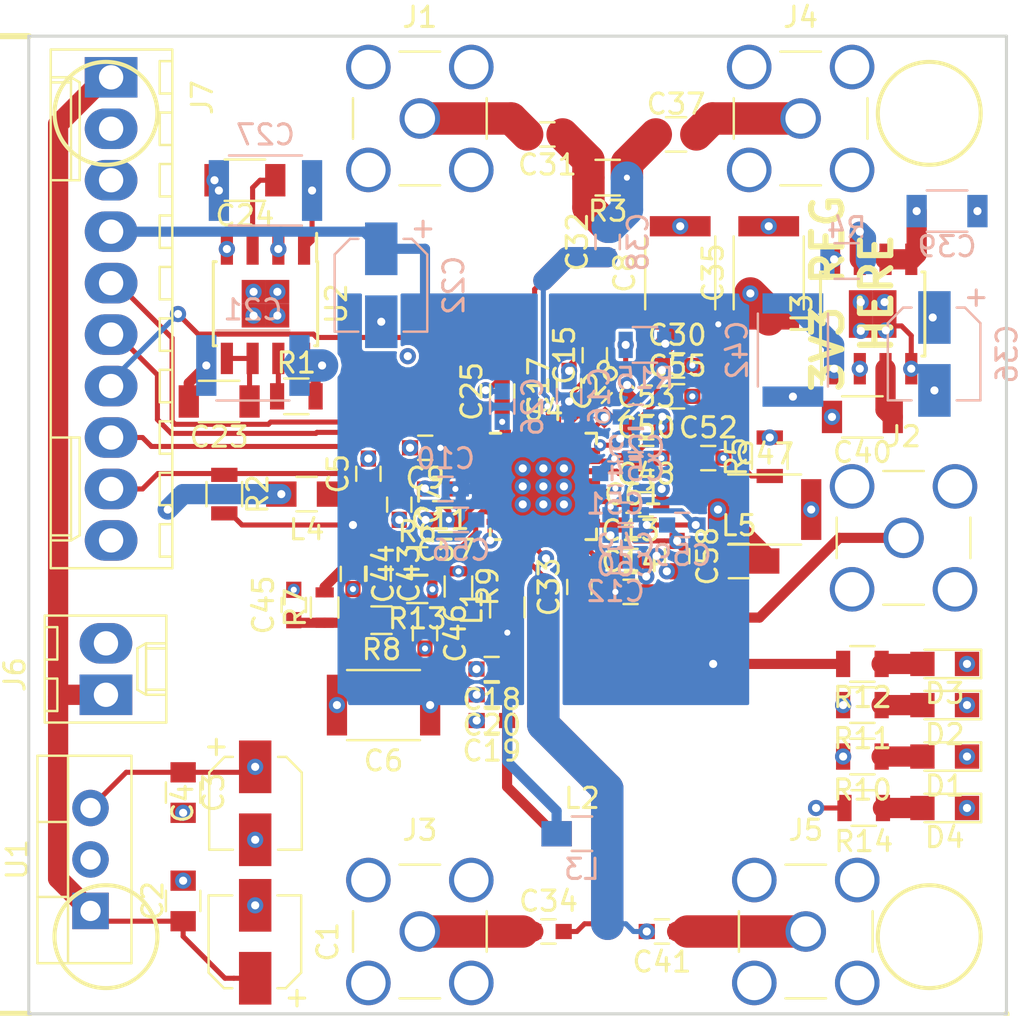
<source format=kicad_pcb>
(kicad_pcb (version 20171130) (host pcbnew 5.0.2-bee76a0~70~ubuntu18.04.1)
  (layers (0 F.Cu signal) (1 In1.Cu signal) (2 In2.Cu signal) (31 B.Cu signal) (34 B.Paste user hide) (35 F.Paste user) (36 B.SilkS user hide) (37 F.SilkS user hide) (38 B.Mask user hide) (39 F.Mask user hide) (44 Edge.Cuts user))
  (net 0 "")
  (net 1 /VIN)
  (net 2 GND)
  (net 3 /6V)
  (net 4 /3V3)
  (net 5 "Net-(C23-Pad1)")
  (net 6 "Net-(C24-Pad1)")
  (net 7 "Net-(C25-Pad1)")
  (net 8 "Net-(C27-Pad1)")
  (net 9 "Net-(C28-Pad1)")
  (net 10 "Net-(C31-Pad2)")
  (net 11 "Net-(C31-Pad1)")
  (net 12 "Net-(C32-Pad1)")
  (net 13 "Net-(C33-Pad1)")
  (net 14 "Net-(C33-Pad2)")
  (net 15 "Net-(C34-Pad1)")
  (net 16 "Net-(C34-Pad2)")
  (net 17 /5V)
  (net 18 "Net-(C37-Pad1)")
  (net 19 "Net-(C37-Pad2)")
  (net 20 "Net-(C38-Pad1)")
  (net 21 "Net-(C39-Pad1)")
  (net 22 "Net-(C40-Pad1)")
  (net 23 "Net-(C41-Pad2)")
  (net 24 "Net-(C41-Pad1)")
  (net 25 "Net-(C42-Pad1)")
  (net 26 "Net-(C43-Pad2)")
  (net 27 "Net-(C43-Pad1)")
  (net 28 "Net-(C45-Pad1)")
  (net 29 "Net-(C46-Pad1)")
  (net 30 "Net-(C50-Pad1)")
  (net 31 "Net-(C53-Pad1)")
  (net 32 "Net-(D1-Pad2)")
  (net 33 "Net-(D2-Pad2)")
  (net 34 "Net-(D3-Pad2)")
  (net 35 "Net-(D4-Pad2)")
  (net 36 /CE)
  (net 37 /MUX)
  (net 38 /LE)
  (net 39 /DATA)
  (net 40 /CLK)
  (net 41 "Net-(L1-Pad2)")
  (net 42 "Net-(R1-Pad1)")
  (net 43 "Net-(R4-Pad1)")
  (net 44 "Net-(R5-Pad1)")
  (net 45 "Net-(R6-Pad2)")
  (net 46 "Net-(R9-Pad1)")
  (net 47 "Net-(R15-Pad1)")
  (net 48 "Net-(C5-Pad1)")
  (net 49 "Net-(C58-Pad1)")
  (net 50 GNDA)
  (module Capacitors_SMD:CP_Elec_4x4.5 (layer F.Cu) (at 94.996 123.444 90)
    (fp_text reference C1 (at 0 3.58 270) (layer F.SilkS))
    (fp_text value 47u)
    (fp_text user + (at -2.78 1.99 270) (layer F.SilkS))
    (pad 1 smd rect (at -1.8 0 270) (size 2.6 1.6) (layers F.Cu F.Paste F.Mask) (net 1 /VIN))
    (pad 2 smd rect (at 1.8 0 270) (size 2.6 1.6) (layers F.Cu F.Paste F.Mask) (net 2 GND))
  )
  (module Capacitors_SMD:C_0805 (layer F.Cu) (at 91.44 121.428 90)
    (fp_text reference C2 (at 0 -1.5 90) (layer F.SilkS))
    (fp_text value 10n)
    (pad 2 smd rect (at 1 0 90) (size 1 1.25) (layers F.Cu F.Paste F.Mask) (net 2 GND))
    (pad 1 smd rect (at -1 0 90) (size 1 1.25) (layers F.Cu F.Paste F.Mask) (net 1 /VIN))
  )
  (module Capacitors_SMD:C_0805 (layer F.Cu) (at 91.44 116.078 270)
    (fp_text reference C3 (at 0 -1.5 270) (layer F.SilkS))
    (fp_text value 10n)
    (pad 1 smd rect (at -1 0 270) (size 1 1.25) (layers F.Cu F.Paste F.Mask) (net 3 /6V))
    (pad 2 smd rect (at 1 0 270) (size 1 1.25) (layers F.Cu F.Paste F.Mask) (net 2 GND))
  )
  (module Capacitors_SMD:CP_Elec_4x4.5 (layer F.Cu) (at 94.996 116.608 270)
    (fp_text reference C4 (at 0 3.58 90) (layer F.SilkS))
    (fp_text value 47u)
    (fp_text user + (at -2.78 1.99 90) (layer F.SilkS))
    (pad 2 smd rect (at 1.8 0 90) (size 2.6 1.6) (layers F.Cu F.Paste F.Mask) (net 2 GND))
    (pad 1 smd rect (at -1.8 0 90) (size 2.6 1.6) (layers F.Cu F.Paste F.Mask) (net 3 /6V))
  )
  (module Capacitors_SMD:C_1812 (layer F.Cu) (at 101.332 111.76 180)
    (fp_text reference C6 (at 0 -2.75 180) (layer F.SilkS))
    (fp_text value 4.7u)
    (pad 2 smd rect (at 2.3 0 180) (size 1 3) (layers F.Cu F.Paste F.Mask) (net 2 GND))
    (pad 1 smd rect (at -2.3 0 180) (size 1 3) (layers F.Cu F.Paste F.Mask) (net 4 /3V3))
  )
  (module Capacitors_SMD:C_1812 (layer F.Cu) (at 115.9764 90.424 90)
    (fp_text reference C8 (at 0 -2.75 90) (layer F.SilkS))
    (fp_text value 4.7u)
    (pad 2 smd rect (at 2.3 0 90) (size 1 3) (layers F.Cu F.Paste F.Mask) (net 2 GND))
    (pad 1 smd rect (at -2.3 0 90) (size 1 3) (layers F.Cu F.Paste F.Mask) (net 4 /3V3))
  )
  (module Capacitors_SMD:C_1812 (layer B.Cu) (at 94.883 94.996 180)
    (fp_text reference C21 (at 0 2.75 180) (layer B.SilkS) (effects (justify mirror)))
    (fp_text value 10u)
    (pad 2 smd rect (at 2.3 0 180) (size 1 3) (layers B.Cu B.Paste B.Mask) (net 2 GND))
    (pad 1 smd rect (at -2.3 0 180) (size 1 3) (layers B.Cu B.Paste B.Mask) (net 3 /6V))
  )
  (module Capacitors_SMD:C_1206 (layer F.Cu) (at 93.218 96.774 180)
    (fp_text reference C23 (at 0 -1.75 180) (layer F.SilkS))
    (fp_text value 1u)
    (pad 2 smd rect (at 1.5 0 180) (size 1 1.6) (layers F.Cu F.Paste F.Mask) (net 2 GND))
    (pad 1 smd rect (at -1.5 0 180) (size 1 1.6) (layers F.Cu F.Paste F.Mask) (net 5 "Net-(C23-Pad1)"))
  )
  (module Capacitors_SMD:C_1206 (layer F.Cu) (at 94.488 85.852 180)
    (fp_text reference C24 (at 0 -1.75 180) (layer F.SilkS))
    (fp_text value 1u)
    (pad 1 smd rect (at -1.5 0 180) (size 1 1.6) (layers F.Cu F.Paste F.Mask) (net 6 "Net-(C24-Pad1)"))
    (pad 2 smd rect (at 1.5 0 180) (size 1 1.6) (layers F.Cu F.Paste F.Mask) (net 2 GND))
  )
  (module Capacitors_SMD:C_1812 (layer B.Cu) (at 95.504 86.36 180)
    (fp_text reference C27 (at 0 2.75 180) (layer B.SilkS) (effects (justify mirror)))
    (fp_text value 10u)
    (pad 2 smd rect (at 2.3 0 180) (size 1 3) (layers B.Cu B.Paste B.Mask) (net 2 GND))
    (pad 1 smd rect (at -2.3 0 180) (size 1 3) (layers B.Cu B.Paste B.Mask) (net 8 "Net-(C27-Pad1)"))
  )
  (module Capacitors_SMD:C_1812 (layer F.Cu) (at 120.3452 90.424 90)
    (fp_text reference C35 (at 0 -2.75 90) (layer F.SilkS))
    (fp_text value 10u)
    (pad 2 smd rect (at 2.3 0 90) (size 1 3) (layers F.Cu F.Paste F.Mask) (net 2 GND))
    (pad 1 smd rect (at -2.3 0 90) (size 1 3) (layers F.Cu F.Paste F.Mask) (net 3 /6V))
  )
  (module Capacitors_SMD:CP_Elec_4x4.5 (layer B.Cu) (at 128.524 94.4279 270)
    (fp_text reference C36 (at 0 -3.58 90) (layer B.SilkS) (effects (justify mirror)))
    (fp_text value 47u)
    (fp_text user + (at -2.78 -1.99 90) (layer B.SilkS) (effects (justify mirror)))
    (pad 2 smd rect (at 1.8 0 90) (size 2.6 1.6) (layers B.Cu B.Paste B.Mask) (net 2 GND))
    (pad 1 smd rect (at -1.8 0 90) (size 2.6 1.6) (layers B.Cu B.Paste B.Mask) (net 17 /5V))
  )
  (module Capacitors_SMD:C_0805 (layer F.Cu) (at 115.77114 83.59149)
    (fp_text reference C37 (at 0 -1.5) (layer F.SilkS))
    (fp_text value 1n)
    (pad 1 smd rect (at -1 0) (size 1 1.25) (layers F.Cu F.Paste F.Mask) (net 18 "Net-(C37-Pad1)"))
    (pad 2 smd rect (at 1 0) (size 1 1.25) (layers F.Cu F.Paste F.Mask) (net 19 "Net-(C37-Pad2)"))
  )
  (module Capacitors_SMD:C_1206 (layer B.Cu) (at 129.1477 87.376)
    (fp_text reference C39 (at 0 1.75) (layer B.SilkS) (effects (justify mirror)))
    (fp_text value 1u)
    (pad 2 smd rect (at 1.5 0) (size 1 1.6) (layers B.Cu B.Paste B.Mask) (net 2 GND))
    (pad 1 smd rect (at -1.5 0) (size 1 1.6) (layers B.Cu B.Paste B.Mask) (net 21 "Net-(C39-Pad1)"))
  )
  (module Capacitors_SMD:C_1206 (layer F.Cu) (at 124.968 97.536 180)
    (fp_text reference C40 (at 0 -1.75 180) (layer F.SilkS))
    (fp_text value 1u)
    (pad 2 smd rect (at 1.5 0 180) (size 1 1.6) (layers F.Cu F.Paste F.Mask) (net 2 GND))
    (pad 1 smd rect (at -1.5 0 180) (size 1 1.6) (layers F.Cu F.Paste F.Mask) (net 22 "Net-(C40-Pad1)"))
  )
  (module Capacitors_SMD:C_1812 (layer B.Cu) (at 121.539 94.234 270)
    (fp_text reference C42 (at 0 2.75 270) (layer B.SilkS) (effects (justify mirror)))
    (fp_text value 10u)
    (pad 1 smd rect (at -2.3 0 270) (size 1 3) (layers B.Cu B.Paste B.Mask) (net 25 "Net-(C42-Pad1)"))
    (pad 2 smd rect (at 2.3 0 270) (size 1 3) (layers B.Cu B.Paste B.Mask) (net 2 GND))
  )
  (module LEDs:LED_0805 (layer F.Cu) (at 129.032 111.76 180)
    (fp_text reference D2 (at 0 -1.45 180) (layer F.SilkS))
    (fp_text value LED)
    (pad 2 smd rect (at 1.1 0) (size 1.2 1.2) (layers F.Cu F.Paste F.Mask) (net 33 "Net-(D2-Pad2)"))
    (pad 1 smd rect (at -1.1 0) (size 1.2 1.2) (layers F.Cu F.Paste F.Mask) (net 2 GND))
  )
  (module LEDs:LED_0805 (layer F.Cu) (at 129.032 109.728 180)
    (fp_text reference D3 (at 0 -1.45 180) (layer F.SilkS))
    (fp_text value LED)
    (pad 1 smd rect (at -1.1 0) (size 1.2 1.2) (layers F.Cu F.Paste F.Mask) (net 2 GND))
    (pad 2 smd rect (at 1.1 0) (size 1.2 1.2) (layers F.Cu F.Paste F.Mask) (net 34 "Net-(D3-Pad2)"))
  )
  (module LEDs:LED_0805 (layer F.Cu) (at 129.032 116.84 180)
    (fp_text reference D4 (at 0 -1.45 180) (layer F.SilkS))
    (fp_text value LED)
    (pad 1 smd rect (at -1.1 0) (size 1.2 1.2) (layers F.Cu F.Paste F.Mask) (net 2 GND))
    (pad 2 smd rect (at 1.1 0) (size 1.2 1.2) (layers F.Cu F.Paste F.Mask) (net 35 "Net-(D4-Pad2)"))
  )
  (module Connect:SMA_THT_Jack_Straight (layer F.Cu) (at 103.124 82.804)
    (fp_text reference J1 (at 0 -5) (layer F.SilkS))
    (fp_text value REF_IN_A)
    (pad 1 thru_hole circle (at 0 0) (size 2 2) (drill 1.5) (layers *.Cu *.Mask) (net 10 "Net-(C31-Pad2)"))
    (pad 2 thru_hole circle (at 2.54 2.54) (size 2.2 2.2) (drill 1.7) (layers *.Cu *.Mask) (net 2 GND))
    (pad 2 thru_hole circle (at 2.54 -2.54) (size 2.2 2.2) (drill 1.7) (layers *.Cu *.Mask) (net 2 GND))
    (pad 2 thru_hole circle (at -2.54 -2.54) (size 2.2 2.2) (drill 1.7) (layers *.Cu *.Mask) (net 2 GND))
    (pad 2 thru_hole circle (at -2.54 2.54) (size 2.2 2.2) (drill 1.7) (layers *.Cu *.Mask) (net 2 GND))
  )
  (module Connect:SMA_THT_Jack_Straight (layer F.Cu) (at 127 103.505)
    (fp_text reference J2 (at 0 -5) (layer F.SilkS))
    (fp_text value RF_B)
    (pad 1 thru_hole circle (at 0 0) (size 2 2) (drill 1.5) (layers *.Cu *.Mask) (net 13 "Net-(C33-Pad1)"))
    (pad 2 thru_hole circle (at 2.54 2.54) (size 2.2 2.2) (drill 1.7) (layers *.Cu *.Mask) (net 2 GND))
    (pad 2 thru_hole circle (at 2.54 -2.54) (size 2.2 2.2) (drill 1.7) (layers *.Cu *.Mask) (net 2 GND))
    (pad 2 thru_hole circle (at -2.54 -2.54) (size 2.2 2.2) (drill 1.7) (layers *.Cu *.Mask) (net 2 GND))
    (pad 2 thru_hole circle (at -2.54 2.54) (size 2.2 2.2) (drill 1.7) (layers *.Cu *.Mask) (net 2 GND))
  )
  (module Connect:SMA_THT_Jack_Straight (layer F.Cu) (at 103.124 122.936)
    (fp_text reference J3 (at 0 -5) (layer F.SilkS))
    (fp_text value RF_A_P)
    (pad 1 thru_hole circle (at 0 0) (size 2 2) (drill 1.5) (layers *.Cu *.Mask) (net 15 "Net-(C34-Pad1)"))
    (pad 2 thru_hole circle (at 2.54 2.54) (size 2.2 2.2) (drill 1.7) (layers *.Cu *.Mask) (net 2 GND))
    (pad 2 thru_hole circle (at 2.54 -2.54) (size 2.2 2.2) (drill 1.7) (layers *.Cu *.Mask) (net 2 GND))
    (pad 2 thru_hole circle (at -2.54 -2.54) (size 2.2 2.2) (drill 1.7) (layers *.Cu *.Mask) (net 2 GND))
    (pad 2 thru_hole circle (at -2.54 2.54) (size 2.2 2.2) (drill 1.7) (layers *.Cu *.Mask) (net 2 GND))
  )
  (module Connect:SMA_THT_Jack_Straight (layer F.Cu) (at 121.92 82.804)
    (fp_text reference J4 (at 0 -5) (layer F.SilkS))
    (fp_text value REF_IN_B)
    (pad 2 thru_hole circle (at -2.54 2.54) (size 2.2 2.2) (drill 1.7) (layers *.Cu *.Mask) (net 2 GND))
    (pad 2 thru_hole circle (at -2.54 -2.54) (size 2.2 2.2) (drill 1.7) (layers *.Cu *.Mask) (net 2 GND))
    (pad 2 thru_hole circle (at 2.54 -2.54) (size 2.2 2.2) (drill 1.7) (layers *.Cu *.Mask) (net 2 GND))
    (pad 2 thru_hole circle (at 2.54 2.54) (size 2.2 2.2) (drill 1.7) (layers *.Cu *.Mask) (net 2 GND))
    (pad 1 thru_hole circle (at 0 0) (size 2 2) (drill 1.5) (layers *.Cu *.Mask) (net 19 "Net-(C37-Pad2)"))
  )
  (module Connect:SMA_THT_Jack_Straight (layer F.Cu) (at 122.174 122.936)
    (fp_text reference J5 (at 0 -5) (layer F.SilkS))
    (fp_text value RF_A_N)
    (pad 2 thru_hole circle (at -2.54 2.54) (size 2.2 2.2) (drill 1.7) (layers *.Cu *.Mask) (net 2 GND))
    (pad 2 thru_hole circle (at -2.54 -2.54) (size 2.2 2.2) (drill 1.7) (layers *.Cu *.Mask) (net 2 GND))
    (pad 2 thru_hole circle (at 2.54 -2.54) (size 2.2 2.2) (drill 1.7) (layers *.Cu *.Mask) (net 2 GND))
    (pad 2 thru_hole circle (at 2.54 2.54) (size 2.2 2.2) (drill 1.7) (layers *.Cu *.Mask) (net 2 GND))
    (pad 1 thru_hole circle (at 0 0) (size 2 2) (drill 1.5) (layers *.Cu *.Mask) (net 24 "Net-(C41-Pad1)"))
  )
  (module Connectors_Molex:Molex_KK-6410-02_02x2.54mm_Straight (layer F.Cu) (at 87.63 111.252 90)
    (fp_text reference J6 (at 1 -4.5 90) (layer F.SilkS))
    (fp_text value Conn_01x02_Male)
    (pad 2 thru_hole oval (at 2.54 0 90) (size 2 2.6) (drill 1.2) (layers *.Cu *.Mask) (net 2 GND))
    (pad 1 thru_hole rect (at 0 0 90) (size 2 2.6) (drill 1.2) (layers *.Cu *.Mask) (net 1 /VIN))
  )
  (module Connectors_Molex:Molex_KK-6410-10_10x2.54mm_Straight (layer F.Cu) (at 87.884 80.772 270)
    (fp_text reference J7 (at 1 -4.5 270) (layer F.SilkS))
    (fp_text value Conn_01x10_Male)
    (pad 10 thru_hole oval (at 22.86 0 270) (size 2 2.6) (drill 1.2) (layers *.Cu *.Mask) (net 2 GND))
    (pad 9 thru_hole oval (at 20.32 0 270) (size 2 2.6) (drill 1.2) (layers *.Cu *.Mask) (net 36 /CE))
    (pad 8 thru_hole oval (at 17.78 0 270) (size 2 2.6) (drill 1.2) (layers *.Cu *.Mask) (net 38 /LE))
    (pad 7 thru_hole oval (at 15.24 0 270) (size 2 2.6) (drill 1.2) (layers *.Cu *.Mask) (net 37 /MUX))
    (pad 6 thru_hole oval (at 12.7 0 270) (size 2 2.6) (drill 1.2) (layers *.Cu *.Mask) (net 39 /DATA))
    (pad 5 thru_hole oval (at 10.16 0 270) (size 2 2.6) (drill 1.2) (layers *.Cu *.Mask) (net 40 /CLK))
    (pad 4 thru_hole oval (at 7.62 0 270) (size 2 2.6) (drill 1.2) (layers *.Cu *.Mask) (net 4 /3V3))
    (pad 3 thru_hole oval (at 5.08 0 270) (size 2 2.6) (drill 1.2) (layers *.Cu *.Mask) (net 17 /5V))
    (pad 2 thru_hole oval (at 2.54 0 270) (size 2 2.6) (drill 1.2) (layers *.Cu *.Mask) (net 3 /6V))
    (pad 1 thru_hole rect (at 0 0 270) (size 2 2.6) (drill 1.2) (layers *.Cu *.Mask) (net 1 /VIN))
  )
  (module Capacitors_SMD:C_0805_HandSoldering (layer F.Cu) (at 107.442 106.934 90)
    (fp_text reference L1 (at 0 -1.75 90) (layer F.SilkS))
    (fp_text value L)
    (pad 2 smd rect (at 1.25 0 90) (size 1.5 1.25) (layers F.Cu F.Paste F.Mask) (net 41 "Net-(L1-Pad2)"))
    (pad 1 smd rect (at -1.25 0 90) (size 1.5 1.25) (layers F.Cu F.Paste F.Mask) (net 4 /3V3))
  )
  (module Capacitors_SMD:C_0805_HandSoldering (layer F.Cu) (at 111.125 118.11)
    (fp_text reference L2 (at 0 -1.75) (layer F.SilkS))
    (fp_text value 7.4n)
    (pad 1 smd rect (at -1.25 0) (size 1.5 1.25) (layers F.Cu F.Paste F.Mask) (net 4 /3V3))
    (pad 2 smd rect (at 1.25 0) (size 1.5 1.25) (layers F.Cu F.Paste F.Mask) (net 16 "Net-(C34-Pad2)"))
  )
  (module Capacitors_SMD:C_0805_HandSoldering (layer B.Cu) (at 111.125 118.11)
    (fp_text reference L3 (at 0 1.75) (layer B.SilkS) (effects (justify mirror)))
    (fp_text value 7.4n)
    (pad 2 smd rect (at 1.25 0) (size 1.5 1.25) (layers B.Cu B.Paste B.Mask) (net 23 "Net-(C41-Pad2)"))
    (pad 1 smd rect (at -1.25 0) (size 1.5 1.25) (layers B.Cu B.Paste B.Mask) (net 4 /3V3))
  )
  (module Resistors_SMD:R_0805 (layer F.Cu) (at 97.028 96.52)
    (fp_text reference R1 (at 0 -1.65) (layer F.SilkS))
    (fp_text value R)
    (pad 1 smd rect (at -0.95 0) (size 0.7 1.3) (layers F.Cu F.Paste F.Mask) (net 42 "Net-(R1-Pad1)"))
    (pad 2 smd rect (at 0.95 0) (size 0.7 1.3) (layers F.Cu F.Paste F.Mask) (net 3 /6V))
  )
  (module Resistors_SMD:R_0805 (layer F.Cu) (at 93.472 101.346 270)
    (fp_text reference R2 (at 0 -1.65 270) (layer F.SilkS))
    (fp_text value 4k7)
    (pad 2 smd rect (at 0.95 0 270) (size 0.7 1.3) (layers F.Cu F.Paste F.Mask) (net 4 /3V3))
    (pad 1 smd rect (at -0.95 0 270) (size 0.7 1.3) (layers F.Cu F.Paste F.Mask) (net 36 /CE))
  )
  (module Resistors_SMD:R_0805 (layer F.Cu) (at 112.395 85.725 180)
    (fp_text reference R3 (at 0 -1.65 180) (layer F.SilkS))
    (fp_text value 100)
    (pad 2 smd rect (at 0.95 0 180) (size 0.7 1.3) (layers F.Cu F.Paste F.Mask) (net 11 "Net-(C31-Pad1)"))
    (pad 1 smd rect (at -0.95 0 180) (size 0.7 1.3) (layers F.Cu F.Paste F.Mask) (net 18 "Net-(C37-Pad1)"))
  )
  (module Resistors_SMD:R_0805 (layer B.Cu) (at 124.1933 89.8398 180)
    (fp_text reference R4 (at 0 1.65 180) (layer B.SilkS) (effects (justify mirror)))
    (fp_text value R)
    (pad 1 smd rect (at -0.95 0 180) (size 0.7 1.3) (layers B.Cu B.Paste B.Mask) (net 43 "Net-(R4-Pad1)"))
    (pad 2 smd rect (at 0.95 0 180) (size 0.7 1.3) (layers B.Cu B.Paste B.Mask) (net 3 /6V))
  )
  (module Resistors_SMD:R_0805 (layer F.Cu) (at 120.396 99.502 90)
    (fp_text reference R5 (at 0 -1.65 90) (layer F.SilkS))
    (fp_text value 4k7)
    (pad 1 smd rect (at -0.95 0 90) (size 0.7 1.3) (layers F.Cu F.Paste F.Mask) (net 44 "Net-(R5-Pad1)"))
    (pad 2 smd rect (at 0.95 0 90) (size 0.7 1.3) (layers F.Cu F.Paste F.Mask) (net 2 GND))
  )
  (module Resistors_SMD:R_0805 (layer F.Cu) (at 124.968 114.3 180)
    (fp_text reference R10 (at 0 -1.65 180) (layer F.SilkS))
    (fp_text value 820)
    (pad 2 smd rect (at 0.95 0 180) (size 0.7 1.3) (layers F.Cu F.Paste F.Mask) (net 3 /6V))
    (pad 1 smd rect (at -0.95 0 180) (size 0.7 1.3) (layers F.Cu F.Paste F.Mask) (net 32 "Net-(D1-Pad2)"))
  )
  (module Resistors_SMD:R_0805 (layer F.Cu) (at 124.968 111.76 180)
    (fp_text reference R11 (at 0 -1.65 180) (layer F.SilkS))
    (fp_text value 680)
    (pad 1 smd rect (at -0.95 0 180) (size 0.7 1.3) (layers F.Cu F.Paste F.Mask) (net 33 "Net-(D2-Pad2)"))
    (pad 2 smd rect (at 0.95 0 180) (size 0.7 1.3) (layers F.Cu F.Paste F.Mask) (net 17 /5V))
  )
  (module Resistors_SMD:R_0805 (layer F.Cu) (at 124.968 109.728 180)
    (fp_text reference R12 (at 0 -1.65 180) (layer F.SilkS))
    (fp_text value 270)
    (pad 2 smd rect (at 0.95 0 180) (size 0.7 1.3) (layers F.Cu F.Paste F.Mask) (net 4 /3V3))
    (pad 1 smd rect (at -0.95 0 180) (size 0.7 1.3) (layers F.Cu F.Paste F.Mask) (net 34 "Net-(D3-Pad2)"))
  )
  (module Resistors_SMD:R_0805 (layer F.Cu) (at 125.034 116.84 180)
    (fp_text reference R14 (at 0 -1.65 180) (layer F.SilkS))
    (fp_text value 270)
    (pad 1 smd rect (at -0.95 0 180) (size 0.7 1.3) (layers F.Cu F.Paste F.Mask) (net 35 "Net-(D4-Pad2)"))
    (pad 2 smd rect (at 0.95 0 180) (size 0.7 1.3) (layers F.Cu F.Paste F.Mask) (net 37 /MUX))
  )
  (module TO_SOT_Packages_THT:TO-220-3_Vertical (layer F.Cu) (at 86.868 121.92 90)
    (fp_text reference U1 (at 2.54 -3.62 90) (layer F.SilkS))
    (fp_text value L7806)
    (pad 3 thru_hole oval (at 5.08 0 90) (size 1.8 1.8) (drill 1) (layers *.Cu *.Mask) (net 3 /6V))
    (pad 2 thru_hole oval (at 2.54 0 90) (size 1.8 1.8) (drill 1) (layers *.Cu *.Mask) (net 2 GND))
    (pad 1 thru_hole rect (at 0 0 90) (size 1.8 1.8) (drill 1) (layers *.Cu *.Mask) (net 1 /VIN))
  )
  (module Housings_SOIC:SOIC-8-1EP_3.9x4.9mm_Pitch1.27mm (layer F.Cu) (at 95.504 91.948 270)
    (fp_text reference U2 (at 0 -3.5 270) (layer F.SilkS))
    (fp_text value ADM7150)
    (pad 9 smd rect (at -0.5875 -0.5875 270) (size 1.175 1.175) (layers F.Cu F.Paste F.Mask) (net 2 GND))
    (pad 9 smd rect (at -0.5875 0.5875 270) (size 1.175 1.175) (layers F.Cu F.Paste F.Mask) (net 2 GND))
    (pad 9 smd rect (at 0.5875 -0.5875 270) (size 1.175 1.175) (layers F.Cu F.Paste F.Mask) (net 2 GND))
    (pad 9 smd rect (at 0.5875 0.5875 270) (size 1.175 1.175) (layers F.Cu F.Paste F.Mask) (net 2 GND))
    (pad 8 smd rect (at 2.7 -1.905 270) (size 1.55 0.6) (layers F.Cu F.Paste F.Mask) (net 3 /6V))
    (pad 7 smd rect (at 2.7 -0.635 270) (size 1.55 0.6) (layers F.Cu F.Paste F.Mask) (net 42 "Net-(R1-Pad1)"))
    (pad 6 smd rect (at 2.7 0.635 270) (size 1.55 0.6) (layers F.Cu F.Paste F.Mask) (net 5 "Net-(C23-Pad1)"))
    (pad 5 smd rect (at 2.7 1.905 270) (size 1.55 0.6) (layers F.Cu F.Paste F.Mask) (net 5 "Net-(C23-Pad1)"))
    (pad 4 smd rect (at -2.7 1.905 270) (size 1.55 0.6) (layers F.Cu F.Paste F.Mask) (net 2 GND))
    (pad 3 smd rect (at -2.7 0.635 270) (size 1.55 0.6) (layers F.Cu F.Paste F.Mask) (net 6 "Net-(C24-Pad1)"))
    (pad 2 smd rect (at -2.7 -0.635 270) (size 1.55 0.6) (layers F.Cu F.Paste F.Mask) (net 4 /3V3))
    (pad 1 smd rect (at -2.7 -1.905 270) (size 1.55 0.6) (layers F.Cu F.Paste F.Mask) (net 8 "Net-(C27-Pad1)"))
  )
  (module Housings_SOIC:SOIC-8-1EP_3.9x4.9mm_Pitch1.27mm (layer F.Cu) (at 125.476 92.456 90)
    (fp_text reference U3 (at 0 -3.5 90) (layer F.SilkS))
    (fp_text value ADM7150)
    (pad 1 smd rect (at -2.7 -1.905 90) (size 1.55 0.6) (layers F.Cu F.Paste F.Mask) (net 25 "Net-(C42-Pad1)"))
    (pad 2 smd rect (at -2.7 -0.635 90) (size 1.55 0.6) (layers F.Cu F.Paste F.Mask) (net 17 /5V))
    (pad 3 smd rect (at -2.7 0.635 90) (size 1.55 0.6) (layers F.Cu F.Paste F.Mask) (net 22 "Net-(C40-Pad1)"))
    (pad 4 smd rect (at -2.7 1.905 90) (size 1.55 0.6) (layers F.Cu F.Paste F.Mask) (net 2 GND))
    (pad 5 smd rect (at 2.7 1.905 90) (size 1.55 0.6) (layers F.Cu F.Paste F.Mask) (net 21 "Net-(C39-Pad1)"))
    (pad 6 smd rect (at 2.7 0.635 90) (size 1.55 0.6) (layers F.Cu F.Paste F.Mask) (net 21 "Net-(C39-Pad1)"))
    (pad 7 smd rect (at 2.7 -0.635 90) (size 1.55 0.6) (layers F.Cu F.Paste F.Mask) (net 43 "Net-(R4-Pad1)"))
    (pad 8 smd rect (at 2.7 -1.905 90) (size 1.55 0.6) (layers F.Cu F.Paste F.Mask) (net 3 /6V))
    (pad 9 smd rect (at 0.5875 0.5875 90) (size 1.175 1.175) (layers F.Cu F.Paste F.Mask) (net 2 GND))
    (pad 9 smd rect (at 0.5875 -0.5875 90) (size 1.175 1.175) (layers F.Cu F.Paste F.Mask) (net 2 GND))
    (pad 9 smd rect (at -0.5875 0.5875 90) (size 1.175 1.175) (layers F.Cu F.Paste F.Mask) (net 2 GND))
    (pad 9 smd rect (at -0.5875 -0.5875 90) (size 1.175 1.175) (layers F.Cu F.Paste F.Mask) (net 2 GND))
  )
  (module Package_CSP:LFCSP-32-1EP_5x5mm_P0.5mm_EP3.25x3.25mm (layer F.Cu) (at 109.22 100.965)
    (fp_text reference U4 (at 0 -3.75) (layer F.SilkS))
    (fp_text value ADF5355)
    (pad 1 smd rect (at -2.4 -1.75) (size 0.8 0.3) (layers F.Cu F.Paste F.Mask) (net 40 /CLK))
    (pad 2 smd rect (at -2.4 -1.25) (size 0.8 0.3) (layers F.Cu F.Paste F.Mask) (net 39 /DATA))
    (pad 3 smd rect (at -2.4 -0.75) (size 0.8 0.3) (layers F.Cu F.Paste F.Mask) (net 38 /LE))
    (pad 4 smd rect (at -2.4 -0.25) (size 0.8 0.3) (layers F.Cu F.Paste F.Mask) (net 36 /CE))
    (pad 5 smd rect (at -2.4 0.25) (size 0.8 0.3) (layers F.Cu F.Paste F.Mask) (net 4 /3V3))
    (pad 6 smd rect (at -2.4 0.75) (size 0.8 0.3) (layers F.Cu F.Paste F.Mask) (net 48 "Net-(C5-Pad1)"))
    (pad 7 smd rect (at -2.4 1.25) (size 0.8 0.3) (layers F.Cu F.Paste F.Mask) (net 45 "Net-(R6-Pad2)"))
    (pad 8 smd rect (at -2.4 1.75) (size 0.8 0.3) (layers F.Cu F.Paste F.Mask) (net 50 GNDA))
    (pad 9 smd rect (at -1.75 2.4 90) (size 0.8 0.3) (layers F.Cu F.Paste F.Mask) (net 2 GND))
    (pad 10 smd rect (at -1.25 2.4 90) (size 0.8 0.3) (layers F.Cu F.Paste F.Mask) (net 41 "Net-(L1-Pad2)"))
    (pad 11 smd rect (at -0.75 2.4 90) (size 0.8 0.3) (layers F.Cu F.Paste F.Mask) (net 16 "Net-(C34-Pad2)"))
    (pad 12 smd rect (at -0.25 2.4 90) (size 0.8 0.3) (layers F.Cu F.Paste F.Mask) (net 23 "Net-(C41-Pad2)"))
    (pad 13 smd rect (at 0.25 2.4 90) (size 0.8 0.3) (layers F.Cu F.Paste F.Mask) (net 2 GND))
    (pad 14 smd rect (at 0.75 2.4 90) (size 0.8 0.3) (layers F.Cu F.Paste F.Mask) (net 14 "Net-(C33-Pad2)"))
    (pad 15 smd rect (at 1.25 2.4 90) (size 0.8 0.3) (layers F.Cu F.Paste F.Mask) (net 2 GND))
    (pad 16 smd rect (at 1.75 2.4 90) (size 0.8 0.3) (layers F.Cu F.Paste F.Mask) (net 4 /3V3))
    (pad 17 smd rect (at 2.4 1.75) (size 0.8 0.3) (layers F.Cu F.Paste F.Mask) (net 49 "Net-(C58-Pad1)"))
    (pad 18 smd rect (at 2.4 1.25) (size 0.8 0.3) (layers F.Cu F.Paste F.Mask) (net 2 GND))
    (pad 19 smd rect (at 2.4 0.75) (size 0.8 0.3) (layers F.Cu F.Paste F.Mask) (net 17 /5V))
    (pad 20 smd rect (at 2.4 0.25) (size 0.8 0.3) (layers F.Cu F.Paste F.Mask) (net 46 "Net-(R9-Pad1)"))
    (pad 21 smd rect (at 2.4 -0.25) (size 0.8 0.3) (layers F.Cu F.Paste F.Mask) (net 2 GND))
    (pad 22 smd rect (at 2.4 -0.75) (size 0.8 0.3) (layers F.Cu F.Paste F.Mask) (net 44 "Net-(R5-Pad1)"))
    (pad 23 smd rect (at 2.4 -1.25) (size 0.8 0.3) (layers F.Cu F.Paste F.Mask) (net 30 "Net-(C50-Pad1)"))
    (pad 24 smd rect (at 2.4 -1.75) (size 0.8 0.3) (layers F.Cu F.Paste F.Mask) (net 31 "Net-(C53-Pad1)"))
    (pad 25 smd rect (at 1.75 -2.4 90) (size 0.8 0.3) (layers F.Cu F.Paste F.Mask) (net 9 "Net-(C28-Pad1)"))
    (pad 26 smd rect (at 1.25 -2.4 90) (size 0.8 0.3) (layers F.Cu F.Paste F.Mask) (net 47 "Net-(R15-Pad1)"))
    (pad 27 smd rect (at 0.75 -2.4 90) (size 0.8 0.3) (layers F.Cu F.Paste F.Mask) (net 4 /3V3))
    (pad 28 smd rect (at 0.25 -2.4 90) (size 0.8 0.3) (layers F.Cu F.Paste F.Mask) (net 20 "Net-(C38-Pad1)"))
    (pad 29 smd rect (at -0.25 -2.4 90) (size 0.8 0.3) (layers F.Cu F.Paste F.Mask) (net 12 "Net-(C32-Pad1)"))
    (pad 30 smd rect (at -0.75 -2.4 90) (size 0.8 0.3) (layers F.Cu F.Paste F.Mask) (net 37 /MUX))
    (pad 31 smd rect (at -1.25 -2.4 90) (size 0.8 0.3) (layers F.Cu F.Paste F.Mask) (net 2 GND))
    (pad 32 smd rect (at -1.75 -2.4 90) (size 0.8 0.3) (layers F.Cu F.Paste F.Mask) (net 7 "Net-(C25-Pad1)"))
    (pad 33 smd rect (at 0 0) (size 3.25 3.25) (layers F.Cu F.Mask) (net 2 GND))
  )
  (module Capacitors_SMD:CP_Elec_4x4.5 (layer B.Cu) (at 101.219 91.037 270)
    (fp_text reference C22 (at 0 -3.58 90) (layer B.SilkS) (effects (justify mirror)))
    (fp_text value 47u)
    (fp_text user + (at -2.78 -1.99 90) (layer B.SilkS) (effects (justify mirror)))
    (pad 2 smd rect (at 1.8 0 90) (size 2.6 1.6) (layers B.Cu B.Paste B.Mask) (net 2 GND))
    (pad 1 smd rect (at -1.8 0 90) (size 2.6 1.6) (layers B.Cu B.Paste B.Mask) (net 4 /3V3))
  )
  (module LEDs:LED_0805 (layer F.Cu) (at 129.032 114.3 180)
    (fp_text reference D1 (at 0 -1.45 180) (layer F.SilkS))
    (fp_text value LED)
    (pad 1 smd rect (at -1.1 0) (size 1.2 1.2) (layers F.Cu F.Paste F.Mask) (net 2 GND))
    (pad 2 smd rect (at 1.1 0) (size 1.2 1.2) (layers F.Cu F.Paste F.Mask) (net 32 "Net-(D1-Pad2)"))
  )
  (module Resistors_SMD:R_0805 (layer B.Cu) (at 114.234 93.98)
    (fp_text reference R15 (at 0 1.65) (layer B.SilkS) (effects (justify mirror)))
    (fp_text value 4k7)
    (pad 2 smd rect (at 0.95 0) (size 0.7 1.3) (layers B.Cu B.Paste B.Mask) (net 4 /3V3))
    (pad 1 smd rect (at -0.95 0) (size 0.7 1.3) (layers B.Cu B.Paste B.Mask) (net 47 "Net-(R15-Pad1)"))
  )
  (module Capacitors_SMD:C_0603 (layer B.Cu) (at 104.394 101.092 180)
    (fp_text reference C10 (at 0 1.5 180) (layer B.SilkS) (effects (justify mirror)))
    (fp_text value 100p)
    (pad 2 smd rect (at 0.75 0 180) (size 0.8 0.75) (layers B.Cu B.Paste B.Mask) (net 2 GND))
    (pad 1 smd rect (at -0.75 0 180) (size 0.8 0.75) (layers B.Cu B.Paste B.Mask) (net 4 /3V3))
  )
  (module Capacitors_SMD:C_0603 (layer F.Cu) (at 104.128 101.092 180)
    (fp_text reference C11 (at 0 -1.5 180) (layer F.SilkS))
    (fp_text value 10p)
    (pad 1 smd rect (at -0.75 0 180) (size 0.8 0.75) (layers F.Cu F.Paste F.Mask) (net 4 /3V3))
    (pad 2 smd rect (at 0.75 0 180) (size 0.8 0.75) (layers F.Cu F.Paste F.Mask) (net 2 GND))
  )
  (module Capacitors_SMD:C_0603 (layer B.Cu) (at 112.776 104.648)
    (fp_text reference C12 (at 0 1.5) (layer B.SilkS) (effects (justify mirror)))
    (fp_text value 10p)
    (pad 2 smd rect (at 0.75 0) (size 0.8 0.75) (layers B.Cu B.Paste B.Mask) (net 2 GND))
    (pad 1 smd rect (at -0.75 0) (size 0.8 0.75) (layers B.Cu B.Paste B.Mask) (net 4 /3V3))
  )
  (module Capacitors_SMD:C_0603 (layer F.Cu) (at 113.526 104.648)
    (fp_text reference C13 (at 0 -1.5) (layer F.SilkS))
    (fp_text value 100p)
    (pad 1 smd rect (at -0.75 0) (size 0.8 0.75) (layers F.Cu F.Paste F.Mask) (net 4 /3V3))
    (pad 2 smd rect (at 0.75 0) (size 0.8 0.75) (layers F.Cu F.Paste F.Mask) (net 2 GND))
  )
  (module Capacitors_SMD:C_0603 (layer B.Cu) (at 110.49 96.52 90)
    (fp_text reference C16 (at 0 1.5 90) (layer B.SilkS) (effects (justify mirror)))
    (fp_text value 100p)
    (pad 2 smd rect (at 0.75 0 90) (size 0.8 0.75) (layers B.Cu B.Paste B.Mask) (net 2 GND))
    (pad 1 smd rect (at -0.75 0 90) (size 0.8 0.75) (layers B.Cu B.Paste B.Mask) (net 4 /3V3))
  )
  (module Capacitors_SMD:C_0603 (layer F.Cu) (at 110.49 96.012 90)
    (fp_text reference C17 (at 0 -1.5 90) (layer F.SilkS))
    (fp_text value 10p)
    (pad 1 smd rect (at -0.75 0 90) (size 0.8 0.75) (layers F.Cu F.Paste F.Mask) (net 4 /3V3))
    (pad 2 smd rect (at 0.75 0 90) (size 0.8 0.75) (layers F.Cu F.Paste F.Mask) (net 2 GND))
  )
  (module Capacitors_SMD:C_0603 (layer F.Cu) (at 106.668 109.982 180)
    (fp_text reference C18 (at 0 -1.5 180) (layer F.SilkS))
    (fp_text value 10p)
    (pad 2 smd rect (at 0.75 0 180) (size 0.8 0.75) (layers F.Cu F.Paste F.Mask) (net 2 GND))
    (pad 1 smd rect (at -0.75 0 180) (size 0.8 0.75) (layers F.Cu F.Paste F.Mask) (net 4 /3V3))
  )
  (module Capacitors_SMD:C_0603 (layer F.Cu) (at 106.68 112.522 180)
    (fp_text reference C19 (at 0 -1.5 180) (layer F.SilkS))
    (fp_text value 100p)
    (pad 2 smd rect (at 0.75 0 180) (size 0.8 0.75) (layers F.Cu F.Paste F.Mask) (net 2 GND))
    (pad 1 smd rect (at -0.75 0 180) (size 0.8 0.75) (layers F.Cu F.Paste F.Mask) (net 4 /3V3))
  )
  (module Capacitors_SMD:C_0603 (layer F.Cu) (at 107.188 96.278 90)
    (fp_text reference C25 (at 0 -1.5 90) (layer F.SilkS))
    (fp_text value 10p)
    (pad 1 smd rect (at -0.75 0 90) (size 0.8 0.75) (layers F.Cu F.Paste F.Mask) (net 7 "Net-(C25-Pad1)"))
    (pad 2 smd rect (at 0.75 0 90) (size 0.8 0.75) (layers F.Cu F.Paste F.Mask) (net 2 GND))
  )
  (module Capacitors_SMD:C_0603 (layer F.Cu) (at 112.776 97.028 45)
    (fp_text reference C28 (at 0 -1.5 45) (layer F.SilkS))
    (fp_text value 10p)
    (pad 1 smd rect (at -0.75 0 45) (size 0.8 0.75) (layers F.Cu F.Paste F.Mask) (net 9 "Net-(C28-Pad1)"))
    (pad 2 smd rect (at 0.75 0 45) (size 0.8 0.75) (layers F.Cu F.Paste F.Mask) (net 2 GND))
  )
  (module Capacitors_SMD:C_0603 (layer F.Cu) (at 110.998 105.93 90)
    (fp_text reference C33 (at 0 -1.5 90) (layer F.SilkS))
    (fp_text value 2p)
    (pad 2 smd rect (at 0.75 0 90) (size 0.8 0.75) (layers F.Cu F.Paste F.Mask) (net 14 "Net-(C33-Pad2)"))
    (pad 1 smd rect (at -0.75 0 90) (size 0.8 0.75) (layers F.Cu F.Paste F.Mask) (net 13 "Net-(C33-Pad1)"))
  )
  (module Capacitors_SMD:C_0603 (layer F.Cu) (at 109.474 122.936)
    (fp_text reference C34 (at 0 -1.5) (layer F.SilkS))
    (fp_text value 100p)
    (pad 1 smd rect (at -0.75 0) (size 0.8 0.75) (layers F.Cu F.Paste F.Mask) (net 15 "Net-(C34-Pad1)"))
    (pad 2 smd rect (at 0.75 0) (size 0.8 0.75) (layers F.Cu F.Paste F.Mask) (net 16 "Net-(C34-Pad2)"))
  )
  (module Capacitors_SMD:C_0603 (layer F.Cu) (at 115.074 122.936 180)
    (fp_text reference C41 (at 0 -1.5 180) (layer F.SilkS))
    (fp_text value 100p)
    (pad 2 smd rect (at 0.75 0 180) (size 0.8 0.75) (layers F.Cu F.Paste F.Mask) (net 23 "Net-(C41-Pad2)"))
    (pad 1 smd rect (at -0.75 0 180) (size 0.8 0.75) (layers F.Cu F.Paste F.Mask) (net 24 "Net-(C41-Pad1)"))
  )
  (module Capacitors_SMD:C_0603 (layer F.Cu) (at 103.378 108.216 270)
    (fp_text reference C46 (at 0 -1.5 270) (layer F.SilkS))
    (fp_text value 10p)
    (pad 1 smd rect (at -0.75 0 270) (size 0.8 0.75) (layers F.Cu F.Paste F.Mask) (net 29 "Net-(C46-Pad1)"))
    (pad 2 smd rect (at 0.75 0 270) (size 0.8 0.75) (layers F.Cu F.Paste F.Mask) (net 50 GNDA))
  )
  (module Capacitors_SMD:C_0603 (layer B.Cu) (at 113.284 102.362)
    (fp_text reference C49 (at 0 1.5) (layer B.SilkS) (effects (justify mirror)))
    (fp_text value 10p)
    (pad 2 smd rect (at 0.75 0) (size 0.8 0.75) (layers B.Cu B.Paste B.Mask) (net 2 GND))
    (pad 1 smd rect (at -0.75 0) (size 0.8 0.75) (layers B.Cu B.Paste B.Mask) (net 17 /5V))
  )
  (module Capacitors_SMD:C_0603 (layer F.Cu) (at 114.3 99.568)
    (fp_text reference C50 (at 0 -1.5) (layer F.SilkS))
    (fp_text value 10p)
    (pad 1 smd rect (at -0.75 0) (size 0.8 0.75) (layers F.Cu F.Paste F.Mask) (net 30 "Net-(C50-Pad1)"))
    (pad 2 smd rect (at 0.75 0) (size 0.8 0.75) (layers F.Cu F.Paste F.Mask) (net 2 GND))
  )
  (module Capacitors_SMD:C_0603 (layer F.Cu) (at 114.3 98.044)
    (fp_text reference C53 (at 0 -1.5) (layer F.SilkS))
    (fp_text value 10p)
    (pad 1 smd rect (at -0.75 0) (size 0.8 0.75) (layers F.Cu F.Paste F.Mask) (net 31 "Net-(C53-Pad1)"))
    (pad 2 smd rect (at 0.75 0) (size 0.8 0.75) (layers F.Cu F.Paste F.Mask) (net 2 GND))
  )
  (module Capacitors_SMD:C_0603 (layer F.Cu) (at 100.584 100.342 90)
    (fp_text reference C5 (at 0 -1.5 90) (layer F.SilkS))
    (fp_text value 1u)
    (pad 2 smd rect (at 0.75 0 90) (size 0.8 0.75) (layers F.Cu F.Paste F.Mask) (net 2 GND))
    (pad 1 smd rect (at -0.75 0 90) (size 0.8 0.75) (layers F.Cu F.Paste F.Mask) (net 48 "Net-(C5-Pad1)"))
  )
  (module Capacitors_SMD:C_0603 (layer F.Cu) (at 102.108 101.866 270)
    (fp_text reference C7 (at 0 -1.5 270) (layer F.SilkS))
    (fp_text value 10n)
    (pad 1 smd rect (at -0.75 0 270) (size 0.8 0.75) (layers F.Cu F.Paste F.Mask) (net 48 "Net-(C5-Pad1)"))
    (pad 2 smd rect (at 0.75 0 270) (size 0.8 0.75) (layers F.Cu F.Paste F.Mask) (net 2 GND))
  )
  (module Capacitors_SMD:C_0603 (layer F.Cu) (at 103.39 99.06 180)
    (fp_text reference C9 (at 0 -1.5 180) (layer F.SilkS))
    (fp_text value 10n)
    (pad 2 smd rect (at 0.75 0 180) (size 0.8 0.75) (layers F.Cu F.Paste F.Mask) (net 2 GND))
    (pad 1 smd rect (at -0.75 0 180) (size 0.8 0.75) (layers F.Cu F.Paste F.Mask) (net 4 /3V3))
  )
  (module Capacitors_SMD:C_0603 (layer F.Cu) (at 113.526 106.172)
    (fp_text reference C14 (at 0 -1.5) (layer F.SilkS))
    (fp_text value 10n)
    (pad 1 smd rect (at -0.75 0) (size 0.8 0.75) (layers F.Cu F.Paste F.Mask) (net 4 /3V3))
    (pad 2 smd rect (at 0.75 0) (size 0.8 0.75) (layers F.Cu F.Paste F.Mask) (net 2 GND))
  )
  (module Capacitors_SMD:C_0603 (layer F.Cu) (at 111.76 94.488 90)
    (fp_text reference C15 (at 0 -1.5 90) (layer F.SilkS))
    (fp_text value 10n)
    (pad 1 smd rect (at -0.75 0 90) (size 0.8 0.75) (layers F.Cu F.Paste F.Mask) (net 4 /3V3))
    (pad 2 smd rect (at 0.75 0 90) (size 0.8 0.75) (layers F.Cu F.Paste F.Mask) (net 2 GND))
  )
  (module Capacitors_SMD:C_0603 (layer F.Cu) (at 106.68 111.252 180)
    (fp_text reference C20 (at 0 -1.5 180) (layer F.SilkS))
    (fp_text value 10n)
    (pad 2 smd rect (at 0.75 0 180) (size 0.8 0.75) (layers F.Cu F.Paste F.Mask) (net 2 GND))
    (pad 1 smd rect (at -0.75 0 180) (size 0.8 0.75) (layers F.Cu F.Paste F.Mask) (net 4 /3V3))
  )
  (module Capacitors_SMD:C_0603 (layer B.Cu) (at 107.188 97.028 90)
    (fp_text reference C26 (at 0 1.5 90) (layer B.SilkS) (effects (justify mirror)))
    (fp_text value 100n)
    (pad 1 smd rect (at -0.75 0 90) (size 0.8 0.75) (layers B.Cu B.Paste B.Mask) (net 7 "Net-(C25-Pad1)"))
    (pad 2 smd rect (at 0.75 0 90) (size 0.8 0.75) (layers B.Cu B.Paste B.Mask) (net 2 GND))
  )
  (module Capacitors_SMD:C_0603 (layer B.Cu) (at 113.792 97.536)
    (fp_text reference C29 (at 0 1.5) (layer B.SilkS) (effects (justify mirror)))
    (fp_text value 1n)
    (pad 1 smd rect (at -0.75 0) (size 0.8 0.75) (layers B.Cu B.Paste B.Mask) (net 9 "Net-(C28-Pad1)"))
    (pad 2 smd rect (at 0.75 0) (size 0.8 0.75) (layers B.Cu B.Paste B.Mask) (net 2 GND))
  )
  (module Capacitors_SMD:C_0603 (layer F.Cu) (at 115.824 94.996)
    (fp_text reference C30 (at 0 -1.5) (layer F.SilkS))
    (fp_text value 1u)
    (pad 2 smd rect (at 0.75 0) (size 0.8 0.75) (layers F.Cu F.Paste F.Mask) (net 2 GND))
    (pad 1 smd rect (at -0.75 0) (size 0.8 0.75) (layers F.Cu F.Paste F.Mask) (net 9 "Net-(C28-Pad1)"))
  )
  (module Capacitors_SMD:C_0603 (layer F.Cu) (at 109.42114 83.59149 180)
    (fp_text reference C31 (at 0 -1.5 180) (layer F.SilkS))
    (fp_text value 1n)
    (pad 1 smd rect (at -0.75 0 180) (size 0.8 0.75) (layers F.Cu F.Paste F.Mask) (net 11 "Net-(C31-Pad1)"))
    (pad 2 smd rect (at 0.75 0 180) (size 0.8 0.75) (layers F.Cu F.Paste F.Mask) (net 10 "Net-(C31-Pad2)"))
  )
  (module Capacitors_SMD:C_0603 (layer F.Cu) (at 112.395 88.9 90)
    (fp_text reference C32 (at 0 -1.5 90) (layer F.SilkS))
    (fp_text value 1n)
    (pad 2 smd rect (at 0.75 0 90) (size 0.8 0.75) (layers F.Cu F.Paste F.Mask) (net 11 "Net-(C31-Pad1)"))
    (pad 1 smd rect (at -0.75 0 90) (size 0.8 0.75) (layers F.Cu F.Paste F.Mask) (net 12 "Net-(C32-Pad1)"))
  )
  (module Capacitors_SMD:C_0603 (layer B.Cu) (at 112.395 88.9 90)
    (fp_text reference C38 (at 0 1.5 90) (layer B.SilkS) (effects (justify mirror)))
    (fp_text value 1n)
    (pad 1 smd rect (at -0.75 0 90) (size 0.8 0.75) (layers B.Cu B.Paste B.Mask) (net 20 "Net-(C38-Pad1)"))
    (pad 2 smd rect (at 0.75 0 90) (size 0.8 0.75) (layers B.Cu B.Paste B.Mask) (net 18 "Net-(C37-Pad1)"))
  )
  (module Capacitors_SMD:C_0603 (layer F.Cu) (at 114.288 101.854)
    (fp_text reference C48 (at 0 -1.5) (layer F.SilkS))
    (fp_text value 1n)
    (pad 2 smd rect (at 0.75 0) (size 0.8 0.75) (layers F.Cu F.Paste F.Mask) (net 2 GND))
    (pad 1 smd rect (at -0.75 0) (size 0.8 0.75) (layers F.Cu F.Paste F.Mask) (net 17 /5V))
  )
  (module Capacitors_SMD:C_0603 (layer B.Cu) (at 112.776 100.33)
    (fp_text reference C51 (at 0 1.5) (layer B.SilkS) (effects (justify mirror)))
    (fp_text value 1n)
    (pad 2 smd rect (at 0.75 0) (size 0.8 0.75) (layers B.Cu B.Paste B.Mask) (net 2 GND))
    (pad 1 smd rect (at -0.75 0) (size 0.8 0.75) (layers B.Cu B.Paste B.Mask) (net 30 "Net-(C50-Pad1)"))
  )
  (module Capacitors_SMD:C_0603 (layer F.Cu) (at 117.36 99.568)
    (fp_text reference C52 (at 0 -1.5) (layer F.SilkS))
    (fp_text value 4.7u)
    (pad 2 smd rect (at 0.75 0) (size 0.8 0.75) (layers F.Cu F.Paste F.Mask) (net 2 GND))
    (pad 1 smd rect (at -0.75 0) (size 0.8 0.75) (layers F.Cu F.Paste F.Mask) (net 30 "Net-(C50-Pad1)"))
  )
  (module Capacitors_SMD:C_0603 (layer B.Cu) (at 113.78 98.679)
    (fp_text reference C54 (at 0 1.5) (layer B.SilkS) (effects (justify mirror)))
    (fp_text value 100n)
    (pad 1 smd rect (at -0.75 0) (size 0.8 0.75) (layers B.Cu B.Paste B.Mask) (net 31 "Net-(C53-Pad1)"))
    (pad 2 smd rect (at 0.75 0) (size 0.8 0.75) (layers B.Cu B.Paste B.Mask) (net 2 GND))
  )
  (module Capacitors_SMD:C_0603 (layer F.Cu) (at 115.824 96.52)
    (fp_text reference C55 (at 0 -1.5) (layer F.SilkS))
    (fp_text value 1u)
    (pad 1 smd rect (at -0.75 0) (size 0.8 0.75) (layers F.Cu F.Paste F.Mask) (net 31 "Net-(C53-Pad1)"))
    (pad 2 smd rect (at 0.75 0) (size 0.8 0.75) (layers F.Cu F.Paste F.Mask) (net 2 GND))
  )
  (module Capacitors_SMD:C_0603 (layer B.Cu) (at 105.156 102.616)
    (fp_text reference C56 (at 0 1.5) (layer B.SilkS) (effects (justify mirror)))
    (fp_text value 100p)
    (pad 2 smd rect (at 0.75 0) (size 0.8 0.75) (layers B.Cu B.Paste B.Mask) (net 2 GND))
    (pad 1 smd rect (at -0.75 0) (size 0.8 0.75) (layers B.Cu B.Paste B.Mask) (net 48 "Net-(C5-Pad1)"))
  )
  (module Capacitors_SMD:C_0603 (layer F.Cu) (at 104.406 102.616 180)
    (fp_text reference C57 (at 0 -1.5 180) (layer F.SilkS))
    (fp_text value 10p)
    (pad 2 smd rect (at 0.75 0 180) (size 0.8 0.75) (layers F.Cu F.Paste F.Mask) (net 2 GND))
    (pad 1 smd rect (at -0.75 0 180) (size 0.8 0.75) (layers F.Cu F.Paste F.Mask) (net 48 "Net-(C5-Pad1)"))
  )
  (module Capacitors_SMD:C_0603 (layer F.Cu) (at 115.824 104.406 270)
    (fp_text reference C58 (at 0 -1.5 270) (layer F.SilkS))
    (fp_text value 1u)
    (pad 1 smd rect (at -0.75 0 270) (size 0.8 0.75) (layers F.Cu F.Paste F.Mask) (net 49 "Net-(C58-Pad1)"))
    (pad 2 smd rect (at 0.75 0 270) (size 0.8 0.75) (layers F.Cu F.Paste F.Mask) (net 2 GND))
  )
  (module Capacitors_SMD:C_0603 (layer B.Cu) (at 116.078 102.87)
    (fp_text reference C59 (at 0 1.5) (layer B.SilkS) (effects (justify mirror)))
    (fp_text value 10n)
    (pad 1 smd rect (at -0.75 0) (size 0.8 0.75) (layers B.Cu B.Paste B.Mask) (net 49 "Net-(C58-Pad1)"))
    (pad 2 smd rect (at 0.75 0) (size 0.8 0.75) (layers B.Cu B.Paste B.Mask) (net 2 GND))
  )
  (module Capacitors_SMD:C_0603 (layer B.Cu) (at 113.284 103.378)
    (fp_text reference C60 (at 0 1.5) (layer B.SilkS) (effects (justify mirror)))
    (fp_text value 100p)
    (pad 2 smd rect (at 0.75 0) (size 0.8 0.75) (layers B.Cu B.Paste B.Mask) (net 2 GND))
    (pad 1 smd rect (at -0.75 0) (size 0.8 0.75) (layers B.Cu B.Paste B.Mask) (net 49 "Net-(C58-Pad1)"))
  )
  (module Capacitors_SMD:C_0603 (layer F.Cu) (at 113.665 102.87)
    (fp_text reference C61 (at 0 -1.5) (layer F.SilkS))
    (fp_text value 10p)
    (pad 2 smd rect (at 0.75 0) (size 0.8 0.75) (layers F.Cu F.Paste F.Mask) (net 2 GND))
    (pad 1 smd rect (at -0.75 0) (size 0.8 0.75) (layers F.Cu F.Paste F.Mask) (net 49 "Net-(C58-Pad1)"))
  )
  (module Capacitors_SMD:C_0805_HandSoldering (layer F.Cu) (at 97.536 101.346 180)
    (fp_text reference L4 (at 0 -1.75 180) (layer F.SilkS))
    (fp_text value L)
    (pad 1 smd rect (at -1.25 0 180) (size 1.5 1.25) (layers F.Cu F.Paste F.Mask) (net 48 "Net-(C5-Pad1)"))
    (pad 2 smd rect (at 1.25 0 180) (size 1.5 1.25) (layers F.Cu F.Paste F.Mask) (net 17 /5V))
  )
  (module Capacitors_SMD:C_0805_HandSoldering (layer F.Cu) (at 118.872 104.648)
    (fp_text reference L5 (at 0 -1.75) (layer F.SilkS))
    (fp_text value L)
    (pad 2 smd rect (at 1.25 0) (size 1.5 1.25) (layers F.Cu F.Paste F.Mask) (net 17 /5V))
    (pad 1 smd rect (at -1.25 0) (size 1.5 1.25) (layers F.Cu F.Paste F.Mask) (net 49 "Net-(C58-Pad1)"))
  )
  (module Capacitors_SMD:C_0603 (layer F.Cu) (at 101.092 105.271 270)
    (fp_text reference C43 (at 0 -1.5 270) (layer F.SilkS))
    (fp_text value 470n)
    (pad 1 smd rect (at -0.75 0 270) (size 0.8 0.75) (layers F.Cu F.Paste F.Mask) (net 27 "Net-(C43-Pad1)"))
    (pad 2 smd rect (at 0.75 0 270) (size 0.8 0.75) (layers F.Cu F.Paste F.Mask) (net 26 "Net-(C43-Pad2)"))
  )
  (module Capacitors_SMD:C_0603 (layer F.Cu) (at 99.822 105.283 270)
    (fp_text reference C44 (at 0 -1.5 270) (layer F.SilkS))
    (fp_text value 22n)
    (pad 1 smd rect (at -0.75 0 270) (size 0.8 0.75) (layers F.Cu F.Paste F.Mask) (net 27 "Net-(C43-Pad1)"))
    (pad 2 smd rect (at 0.75 0 270) (size 0.8 0.75) (layers F.Cu F.Paste F.Mask) (net 50 GNDA))
  )
  (module Capacitors_SMD:C_0603 (layer F.Cu) (at 96.901 106.819 90)
    (fp_text reference C45 (at 0 -1.5 90) (layer F.SilkS))
    (fp_text value 1n)
    (pad 2 smd rect (at 0.75 0 90) (size 0.8 0.75) (layers F.Cu F.Paste F.Mask) (net 50 GNDA))
    (pad 1 smd rect (at -0.75 0 90) (size 0.8 0.75) (layers F.Cu F.Paste F.Mask) (net 28 "Net-(C45-Pad1)"))
  )
  (module Capacitors_SMD:C_1812 (layer F.Cu) (at 120.142 102.108)
    (fp_text reference C47 (at 0 -2.75) (layer F.SilkS))
    (fp_text value 10u)
    (pad 2 smd rect (at 2.3 0) (size 1 3) (layers F.Cu F.Paste F.Mask) (net 2 GND))
    (pad 1 smd rect (at -2.3 0) (size 1 3) (layers F.Cu F.Paste F.Mask) (net 17 /5V))
  )
  (module Resistors_SMD:R_0603 (layer F.Cu) (at 102.997 104.648)
    (fp_text reference R6 (at 0 -1.45) (layer F.SilkS))
    (fp_text value 0)
    (pad 2 smd rect (at 0.75 0) (size 0.5 0.9) (layers F.Cu F.Paste F.Mask) (net 45 "Net-(R6-Pad2)"))
    (pad 1 smd rect (at -0.75 0) (size 0.5 0.9) (layers F.Cu F.Paste F.Mask) (net 27 "Net-(C43-Pad1)"))
  )
  (module Resistors_SMD:R_0603 (layer F.Cu) (at 98.425 106.946 90)
    (fp_text reference R7 (at 0 -1.45 90) (layer F.SilkS))
    (fp_text value 470)
    (pad 1 smd rect (at -0.75 0 90) (size 0.5 0.9) (layers F.Cu F.Paste F.Mask) (net 28 "Net-(C45-Pad1)"))
    (pad 2 smd rect (at 0.75 0 90) (size 0.5 0.9) (layers F.Cu F.Paste F.Mask) (net 27 "Net-(C43-Pad1)"))
  )
  (module Resistors_SMD:R_0603 (layer F.Cu) (at 101.231 107.569 180)
    (fp_text reference R8 (at 0 -1.45 180) (layer F.SilkS))
    (fp_text value 0)
    (pad 2 smd rect (at 0.75 0 180) (size 0.5 0.9) (layers F.Cu F.Paste F.Mask) (net 28 "Net-(C45-Pad1)"))
    (pad 1 smd rect (at -0.75 0 180) (size 0.5 0.9) (layers F.Cu F.Paste F.Mask) (net 29 "Net-(C46-Pad1)"))
  )
  (module Resistors_SMD:R_0603 (layer F.Cu) (at 105.029 105.906 270)
    (fp_text reference R9 (at 0 -1.45 270) (layer F.SilkS))
    (fp_text value 0)
    (pad 1 smd rect (at -0.75 0 270) (size 0.5 0.9) (layers F.Cu F.Paste F.Mask) (net 46 "Net-(R9-Pad1)"))
    (pad 2 smd rect (at 0.75 0 270) (size 0.5 0.9) (layers F.Cu F.Paste F.Mask) (net 29 "Net-(C46-Pad1)"))
  )
  (module Resistors_SMD:R_0603 (layer F.Cu) (at 102.997 106.045 180)
    (fp_text reference R13 (at 0 -1.45 180) (layer F.SilkS))
    (fp_text value 220)
    (pad 2 smd rect (at 0.75 0 180) (size 0.5 0.9) (layers F.Cu F.Paste F.Mask) (net 26 "Net-(C43-Pad2)"))
    (pad 1 smd rect (at -0.75 0 180) (size 0.5 0.9) (layers F.Cu F.Paste F.Mask) (net 50 GNDA))
  )
  (gr_text "3V3 REG\nHERE" (at 124.46 91.44 90) (layer F.SilkS) (effects (font (size 1.5 1.5) (thickness 0.3))))
  (gr_circle (center 87.63 123.19) (end 87.63 120.65) (layer F.SilkS) (width 0.2))
  (gr_circle (center 128.27 123.19) (end 128.27 120.65) (layer F.SilkS) (width 0.2))
  (gr_circle (center 128.27 82.55) (end 128.27 80.01) (layer F.SilkS) (width 0.2))
  (gr_circle (center 87.63 82.55) (end 87.63 80.01) (layer F.SilkS) (width 0.2))
  (dimension 19.05 (width 0.3) (layer F.SilkS) (gr_text "19,050 mm" (at 144.339999 112.395 270) (layer F.SilkS) (effects (font (size 1.5 1.5) (thickness 0.3)))) (feature1 (pts (xy 135.89 121.92) (xy 142.82642 121.92))) (feature2 (pts (xy 135.89 102.87) (xy 142.82642 102.87))) (crossbar (pts (xy 142.239999 102.87) (xy 142.239999 121.92))) (arrow1a (pts (xy 142.239999 121.92) (xy 141.653578 120.793496))) (arrow1b (pts (xy 142.239999 121.92) (xy 142.82642 120.793496))) (arrow2a (pts (xy 142.239999 102.87) (xy 141.653578 103.996504))) (arrow2b (pts (xy 142.239999 102.87) (xy 142.82642 103.996504))))
  (dimension 19.05 (width 0.3) (layer F.SilkS) (gr_text "19,050 mm" (at 144.34 93.345 270) (layer F.SilkS) (effects (font (size 1.5 1.5) (thickness 0.3)))) (feature1 (pts (xy 135.89 102.87) (xy 142.826421 102.87))) (feature2 (pts (xy 135.89 83.82) (xy 142.826421 83.82))) (crossbar (pts (xy 142.24 83.82) (xy 142.24 102.87))) (arrow1a (pts (xy 142.24 102.87) (xy 141.653579 101.743496))) (arrow1b (pts (xy 142.24 102.87) (xy 142.826421 101.743496))) (arrow2a (pts (xy 142.24 83.82) (xy 141.653579 84.946504))) (arrow2b (pts (xy 142.24 83.82) (xy 142.826421 84.946504))))
  (dimension 19.05 (width 0.3) (layer F.SilkS) (gr_text "19,050 mm" (at 108.585 66.48) (layer F.SilkS) (effects (font (size 1.5 1.5) (thickness 0.3)))) (feature1 (pts (xy 118.11 76.2) (xy 118.11 67.993579))) (feature2 (pts (xy 99.06 76.2) (xy 99.06 67.993579))) (crossbar (pts (xy 99.06 68.58) (xy 118.11 68.58))) (arrow1a (pts (xy 118.11 68.58) (xy 116.983496 69.166421))) (arrow1b (pts (xy 118.11 68.58) (xy 116.983496 67.993579))) (arrow2a (pts (xy 99.06 68.58) (xy 100.186504 69.166421))) (arrow2b (pts (xy 99.06 68.58) (xy 100.186504 67.993579))))
  (gr_line (start 132.08 78.74) (end 83.82 78.74) (layer Edge.Cuts) (width 0.15))
  (gr_line (start 132.08 127) (end 132.08 78.74) (layer Edge.Cuts) (width 0.15))
  (gr_line (start 83.82 127) (end 132.08 127) (layer Edge.Cuts) (width 0.15))
  (gr_line (start 83.82 78.74) (end 83.82 127) (layer Edge.Cuts) (width 0.15))
  (dimension 48.26 (width 0.3) (layer F.SilkS) (gr_text "48,260 mm" (at 107.95 136.72) (layer F.SilkS) (effects (font (size 1.5 1.5) (thickness 0.3)))) (feature1 (pts (xy 132.08 127) (xy 132.08 135.206421))) (feature2 (pts (xy 83.82 127) (xy 83.82 135.206421))) (crossbar (pts (xy 83.82 134.62) (xy 132.08 134.62))) (arrow1a (pts (xy 132.08 134.62) (xy 130.953496 135.206421))) (arrow1b (pts (xy 132.08 134.62) (xy 130.953496 134.033579))) (arrow2a (pts (xy 83.82 134.62) (xy 84.946504 135.206421))) (arrow2b (pts (xy 83.82 134.62) (xy 84.946504 134.033579))))
  (dimension 48.26 (width 0.3) (layer F.SilkS) (gr_text "48,260 mm" (at 76.64 102.87 270) (layer F.SilkS) (effects (font (size 1.5 1.5) (thickness 0.3)))) (feature1 (pts (xy 83.82 127) (xy 78.153579 127))) (feature2 (pts (xy 83.82 78.74) (xy 78.153579 78.74))) (crossbar (pts (xy 78.74 78.74) (xy 78.74 127))) (arrow1a (pts (xy 78.74 127) (xy 78.153579 125.873496))) (arrow1b (pts (xy 78.74 127) (xy 79.326421 125.873496))) (arrow2a (pts (xy 78.74 78.74) (xy 78.153579 79.866504))) (arrow2b (pts (xy 78.74 78.74) (xy 79.326421 79.866504))))
  (segment (start 87.376 122.428) (end 86.868 121.92) (width 0.25) (layer F.Cu) (net 1))
  (segment (start 91.44 122.428) (end 87.376 122.428) (width 0.25) (layer F.Cu) (net 1))
  (segment (start 91.44 123.178) (end 93.506 125.244) (width 0.25) (layer F.Cu) (net 1))
  (segment (start 93.946 125.244) (end 94.996 125.244) (width 0.25) (layer F.Cu) (net 1))
  (segment (start 93.506 125.244) (end 93.946 125.244) (width 0.25) (layer F.Cu) (net 1))
  (segment (start 91.44 122.428) (end 91.44 123.178) (width 0.25) (layer F.Cu) (net 1))
  (segment (start 85.267999 120.319999) (end 86.868 121.92) (width 1) (layer F.Cu) (net 1))
  (segment (start 87.584 80.772) (end 85.267999 83.088001) (width 1) (layer F.Cu) (net 1))
  (segment (start 87.884 80.772) (end 87.584 80.772) (width 1) (layer F.Cu) (net 1))
  (segment (start 85.267999 111.314001) (end 85.267999 111.506) (width 1) (layer F.Cu) (net 1))
  (segment (start 85.33 111.252) (end 85.267999 111.314001) (width 1) (layer F.Cu) (net 1))
  (segment (start 87.63 111.252) (end 85.33 111.252) (width 1) (layer F.Cu) (net 1))
  (segment (start 85.267999 83.088001) (end 85.267999 111.506) (width 1) (layer F.Cu) (net 1))
  (segment (start 85.267999 111.506) (end 85.267999 120.319999) (width 1) (layer F.Cu) (net 1))
  (segment (start 110.72 100.965) (end 109.22 100.965) (width 0.25) (layer F.Cu) (net 2))
  (segment (start 110.97 100.715) (end 110.72 100.965) (width 0.25) (layer F.Cu) (net 2))
  (segment (start 111.62 100.715) (end 110.97 100.715) (width 0.25) (layer F.Cu) (net 2))
  (via (at 110.236 101.854) (size 0.8) (drill 0.4) (layers F.Cu B.Cu) (net 2))
  (segment (start 109.22 101.854) (end 110.236 101.854) (width 0.25) (layer F.Cu) (net 2))
  (via (at 109.22 101.854) (size 0.8) (drill 0.4) (layers F.Cu B.Cu) (net 2))
  (segment (start 109.22 100.965) (end 109.22 101.854) (width 0.25) (layer F.Cu) (net 2))
  (via (at 108.204 100.076) (size 0.8) (drill 0.4) (layers F.Cu B.Cu) (net 2))
  (via (at 108.204 100.965) (size 0.8) (drill 0.4) (layers F.Cu B.Cu) (net 2))
  (segment (start 109.22 100.965) (end 108.204 100.965) (width 0.25) (layer F.Cu) (net 2))
  (segment (start 109.22 100.965) (end 109.093 100.965) (width 0.25) (layer F.Cu) (net 2))
  (via (at 110.236 100.965) (size 0.8) (drill 0.4) (layers F.Cu B.Cu) (net 2))
  (segment (start 109.22 100.965) (end 110.236 100.965) (width 0.25) (layer F.Cu) (net 2))
  (via (at 109.22 100.965) (size 0.8) (drill 0.4) (layers F.Cu B.Cu) (net 2))
  (via (at 103.747 106.045) (size 0.6) (drill 0.3) (layers F.Cu B.Cu) (net 50))
  (via (at 108.204 101.854) (size 0.8) (drill 0.4) (layers F.Cu B.Cu) (net 2))
  (segment (start 109.093 100.965) (end 108.204 101.854) (width 0.25) (layer F.Cu) (net 2))
  (segment (start 109.47 103.365) (end 109.47 101.215) (width 0.25) (layer F.Cu) (net 2))
  (segment (start 109.47 101.215) (end 109.22 100.965) (width 0.25) (layer F.Cu) (net 2))
  (via (at 110.236 100.076) (size 0.8) (drill 0.4) (layers F.Cu B.Cu) (net 2))
  (segment (start 109.22 100.076) (end 110.236 100.076) (width 0.25) (layer F.Cu) (net 2))
  (via (at 109.22 100.076) (size 0.8) (drill 0.4) (layers F.Cu B.Cu) (net 2))
  (segment (start 109.22 100.965) (end 109.22 100.076) (width 0.25) (layer F.Cu) (net 2))
  (segment (start 109.093 100.965) (end 108.204 100.076) (width 0.25) (layer F.Cu) (net 2))
  (segment (start 110.47 102.215) (end 109.22 100.965) (width 0.25) (layer F.Cu) (net 2))
  (segment (start 107.97 98.565) (end 107.97 99.715) (width 0.25) (layer F.Cu) (net 2))
  (segment (start 107.97 99.715) (end 109.22 100.965) (width 0.25) (layer F.Cu) (net 2))
  (via (at 118.11 99.568) (size 0.6) (drill 0.3) (layers F.Cu B.Cu) (net 2))
  (via (at 120.396 98.552) (size 0.8) (drill 0.4) (layers F.Cu B.Cu) (net 2))
  (via (at 115.05 99.568) (size 0.6) (drill 0.3) (layers F.Cu B.Cu) (net 2))
  (segment (start 114.3 98.933) (end 114.415 98.933) (width 0.25) (layer B.Cu) (net 2))
  (via (at 115.05 98.044) (size 0.6) (drill 0.3) (layers F.Cu B.Cu) (net 2))
  (via (at 116.574 96.52) (size 0.6) (drill 0.3) (layers F.Cu B.Cu) (net 2))
  (via (at 116.574 94.996) (size 0.6) (drill 0.3) (layers F.Cu B.Cu) (net 2))
  (segment (start 114.415 102.87) (end 114.327998 102.87) (width 0.25) (layer F.Cu) (net 2))
  (segment (start 113.526 100.33) (end 113.526 100.690586) (width 0.25) (layer B.Cu) (net 2))
  (segment (start 113.526 100.690586) (end 113.890414 101.055) (width 0.25) (layer B.Cu) (net 2))
  (via (at 115.093152 97.526154) (size 0.8) (drill 0.4) (layers F.Cu B.Cu) (net 2))
  (segment (start 114.542 97.536) (end 115.083306 97.536) (width 0.25) (layer B.Cu) (net 2))
  (segment (start 115.083306 97.536) (end 115.093152 97.526154) (width 0.25) (layer B.Cu) (net 2))
  (via (at 100.584 99.592) (size 0.8) (drill 0.4) (layers F.Cu B.Cu) (net 2))
  (via (at 102.64 99.06) (size 0.8) (drill 0.4) (layers F.Cu B.Cu) (net 2))
  (via (at 103.405998 102.616) (size 0.8) (drill 0.4) (layers F.Cu B.Cu) (net 2))
  (segment (start 103.656 102.616) (end 103.405998 102.616) (width 0.25) (layer F.Cu) (net 2))
  (via (at 102.108 102.616) (size 0.8) (drill 0.4) (layers F.Cu B.Cu) (net 2))
  (via (at 130.132 109.728) (size 0.8) (drill 0.4) (layers F.Cu B.Cu) (net 2))
  (via (at 130.132 111.76) (size 0.8) (drill 0.4) (layers F.Cu B.Cu) (net 2))
  (via (at 130.132 114.3) (size 0.8) (drill 0.4) (layers F.Cu B.Cu) (net 2))
  (via (at 130.132 116.84) (size 0.8) (drill 0.4) (layers F.Cu B.Cu) (net 2))
  (via (at 122.442 102.108) (size 0.8) (drill 0.4) (layers F.Cu B.Cu) (net 2))
  (via (at 105.93 112.522) (size 0.8) (drill 0.4) (layers F.Cu B.Cu) (net 2))
  (via (at 105.93 111.252) (size 0.8) (drill 0.4) (layers F.Cu B.Cu) (net 2))
  (via (at 105.918 109.982) (size 0.8) (drill 0.4) (layers F.Cu B.Cu) (net 2))
  (via (at 99.032 111.76) (size 0.8) (drill 0.4) (layers F.Cu B.Cu) (net 2))
  (via (at 94.996 118.408) (size 0.8) (drill 0.4) (layers F.Cu B.Cu) (net 2))
  (via (at 91.44 120.428) (size 0.8) (drill 0.4) (layers F.Cu B.Cu) (net 2))
  (via (at 91.44 117.078) (size 0.8) (drill 0.4) (layers F.Cu B.Cu) (net 2))
  (via (at 94.996 121.644) (size 0.8) (drill 0.4) (layers F.Cu B.Cu) (net 2))
  (segment (start 111.62 102.215) (end 110.47 102.215) (width 0.25) (layer F.Cu) (net 2))
  (segment (start 110.47 103.365) (end 110.47 102.215) (width 0.25) (layer F.Cu) (net 2))
  (via (at 96.901 106.069) (size 0.6) (drill 0.3) (layers F.Cu B.Cu) (net 50))
  (via (at 99.822 106.033) (size 0.6) (drill 0.3) (layers F.Cu B.Cu) (net 50))
  (via (at 103.378 108.966) (size 0.6) (drill 0.3) (layers F.Cu B.Cu) (net 50))
  (segment (start 114.034 102.576002) (end 114.327998 102.87) (width 0.25) (layer B.Cu) (net 2))
  (segment (start 114.034 102.362) (end 114.034 102.576002) (width 0.25) (layer B.Cu) (net 2))
  (segment (start 126.901 93.0435) (end 126.0635 93.0435) (width 0.25) (layer F.Cu) (net 2))
  (segment (start 127.381 93.5235) (end 126.901 93.0435) (width 0.25) (layer F.Cu) (net 2))
  (segment (start 127.381 95.156) (end 127.381 93.5235) (width 0.25) (layer F.Cu) (net 2))
  (via (at 124.8885 93.288002) (size 0.8) (drill 0.4) (layers F.Cu B.Cu) (net 2))
  (segment (start 124.8885 93.0435) (end 124.8885 93.288002) (width 0.25) (layer F.Cu) (net 2))
  (segment (start 126.0635 93.0435) (end 126.0635 93.199863) (width 0.25) (layer F.Cu) (net 2))
  (via (at 126.12772 93.264083) (size 0.8) (drill 0.4) (layers F.Cu B.Cu) (net 2))
  (segment (start 126.0635 93.199863) (end 126.12772 93.264083) (width 0.25) (layer F.Cu) (net 2))
  (via (at 126.0635 91.8685) (size 0.8) (drill 0.4) (layers F.Cu B.Cu) (net 2))
  (via (at 124.8885 91.8685) (size 0.8) (drill 0.4) (layers F.Cu B.Cu) (net 2))
  (via (at 128.524 96.2279) (size 0.8) (drill 0.4) (layers F.Cu B.Cu) (net 2))
  (via (at 121.539 96.534) (size 0.8) (drill 0.4) (layers F.Cu B.Cu) (net 2))
  (via (at 130.6477 87.376) (size 0.8) (drill 0.4) (layers F.Cu B.Cu) (net 2))
  (via (at 127.381 95.156) (size 0.8) (drill 0.4) (layers F.Cu B.Cu) (net 2))
  (segment (start 128.524 96.2279) (end 128.4529 96.2279) (width 0.25) (layer B.Cu) (net 2))
  (via (at 123.468 97.536) (size 0.8) (drill 0.4) (layers F.Cu B.Cu) (net 2))
  (via (at 115.9764 88.124) (size 0.8) (drill 0.4) (layers F.Cu B.Cu) (net 2))
  (via (at 120.3452 88.124) (size 0.8) (drill 0.4) (layers F.Cu B.Cu) (net 2))
  (via (at 96.0915 91.3605) (size 0.8) (drill 0.4) (layers F.Cu B.Cu) (net 2))
  (via (at 94.9165 91.3605) (size 0.8) (drill 0.4) (layers F.Cu B.Cu) (net 2))
  (via (at 94.9165 92.5355) (size 0.8) (drill 0.4) (layers F.Cu B.Cu) (net 2))
  (via (at 96.0915 92.5355) (size 0.8) (drill 0.4) (layers F.Cu B.Cu) (net 2))
  (via (at 93.599 89.248) (size 0.8) (drill 0.4) (layers F.Cu B.Cu) (net 2))
  (via (at 92.988 85.852) (size 0.8) (drill 0.4) (layers F.Cu B.Cu) (net 2))
  (via (at 93.204 86.36) (size 0.8) (drill 0.4) (layers F.Cu B.Cu) (net 2))
  (via (at 101.219 92.837) (size 0.8) (drill 0.4) (layers F.Cu B.Cu) (net 2))
  (via (at 92.583 94.996) (size 0.8) (drill 0.4) (layers F.Cu B.Cu) (net 2))
  (segment (start 115.038 101.854) (end 115.038 101.116) (width 0.5) (layer F.Cu) (net 2))
  (via (at 115.062 101.092) (size 0.8) (drill 0.4) (layers F.Cu B.Cu) (net 2))
  (segment (start 115.038 101.116) (end 115.062 101.092) (width 0.5) (layer F.Cu) (net 2))
  (segment (start 113.927414 101.092) (end 115.062 101.092) (width 0.5) (layer B.Cu) (net 2))
  (segment (start 113.890414 101.055) (end 113.927414 101.092) (width 0.5) (layer B.Cu) (net 2))
  (via (at 110.49 95.262) (size 0.8) (drill 0.4) (layers F.Cu B.Cu) (net 2))
  (segment (start 110.49 95.77) (end 110.49 95.262) (width 0.25) (layer B.Cu) (net 2))
  (segment (start 110.49 95.008) (end 111.76 93.738) (width 0.25) (layer F.Cu) (net 2))
  (segment (start 110.49 95.262) (end 110.49 95.008) (width 0.25) (layer F.Cu) (net 2))
  (segment (start 91.718 95.861) (end 92.583 94.996) (width 0.5) (layer F.Cu) (net 2))
  (segment (start 91.718 96.774) (end 91.718 95.861) (width 0.5) (layer F.Cu) (net 2))
  (segment (start 107.188 96.278) (end 106.434693 96.278) (width 0.25) (layer B.Cu) (net 2))
  (via (at 106.374817 96.218124) (size 0.8) (drill 0.4) (layers F.Cu B.Cu) (net 2))
  (segment (start 106.434693 96.278) (end 106.374817 96.218124) (width 0.25) (layer B.Cu) (net 2))
  (segment (start 106.497876 96.218124) (end 107.188 95.528) (width 0.25) (layer F.Cu) (net 2))
  (segment (start 106.374817 96.218124) (end 106.497876 96.218124) (width 0.25) (layer F.Cu) (net 2))
  (via (at 116.741998 102.87) (size 0.8) (drill 0.4) (layers F.Cu B.Cu) (net 2))
  (segment (start 116.828 102.87) (end 116.741998 102.87) (width 0.25) (layer B.Cu) (net 2))
  (segment (start 116.341999 102.470001) (end 116.741998 102.87) (width 0.25) (layer B.Cu) (net 2))
  (segment (start 116.041997 102.169999) (end 116.341999 102.470001) (width 0.25) (layer B.Cu) (net 2))
  (segment (start 114.251001 102.169999) (end 116.041997 102.169999) (width 0.25) (layer B.Cu) (net 2))
  (segment (start 114.059 102.362) (end 114.251001 102.169999) (width 0.25) (layer B.Cu) (net 2))
  (segment (start 114.034 102.362) (end 114.059 102.362) (width 0.25) (layer B.Cu) (net 2))
  (segment (start 114.415 102.87) (end 116.741998 102.87) (width 0.25) (layer F.Cu) (net 2))
  (via (at 114.327998 102.87) (size 0.8) (drill 0.4) (layers F.Cu B.Cu) (net 2))
  (segment (start 114.034 103.378) (end 114.034 103.163998) (width 0.25) (layer B.Cu) (net 2))
  (segment (start 114.034 103.163998) (end 114.327998 102.87) (width 0.25) (layer B.Cu) (net 2))
  (via (at 115.316 105.156) (size 0.8) (drill 0.4) (layers F.Cu B.Cu) (net 2))
  (segment (start 115.824 105.156) (end 115.316 105.156) (width 0.25) (layer F.Cu) (net 2))
  (via (at 114.808 104.394) (size 0.8) (drill 0.4) (layers F.Cu B.Cu) (net 2))
  (segment (start 114.276 104.648) (end 114.554 104.648) (width 0.25) (layer F.Cu) (net 2))
  (segment (start 114.554 104.648) (end 114.808 104.394) (width 0.25) (layer F.Cu) (net 2))
  (via (at 114.3 105.41) (size 0.8) (drill 0.4) (layers F.Cu B.Cu) (net 2))
  (segment (start 114.276 106.172) (end 114.276 105.434) (width 0.25) (layer F.Cu) (net 2))
  (segment (start 114.276 105.434) (end 114.3 105.41) (width 0.25) (layer F.Cu) (net 2))
  (segment (start 113.538 104.648) (end 114.3 105.41) (width 0.25) (layer B.Cu) (net 2))
  (segment (start 113.526 104.648) (end 113.538 104.648) (width 0.25) (layer B.Cu) (net 2))
  (segment (start 114.53 98.564) (end 115.05 98.044) (width 0.25) (layer B.Cu) (net 2))
  (segment (start 114.53 98.679) (end 114.53 98.564) (width 0.25) (layer B.Cu) (net 2))
  (segment (start 103.665314 103.441001) (end 103.405998 103.181685) (width 0.5) (layer B.Cu) (net 2))
  (segment (start 103.405998 103.181685) (end 103.405998 102.616) (width 0.5) (layer B.Cu) (net 2))
  (segment (start 105.881 102.616) (end 105.055999 103.441001) (width 0.5) (layer B.Cu) (net 2))
  (segment (start 105.055999 103.441001) (end 103.665314 103.441001) (width 0.5) (layer B.Cu) (net 2))
  (segment (start 105.906 102.616) (end 105.881 102.616) (width 0.5) (layer B.Cu) (net 2))
  (via (at 103.378 101.067001) (size 0.8) (drill 0.4) (layers F.Cu B.Cu) (net 2))
  (segment (start 103.378 101.092) (end 103.378 101.067001) (width 0.25) (layer F.Cu) (net 2))
  (via (at 113.355316 95.956316) (size 0.8) (drill 0.4) (layers F.Cu B.Cu) (net 2))
  (segment (start 113.30633 96.49767) (end 113.30633 96.005302) (width 0.25) (layer F.Cu) (net 2))
  (segment (start 113.30633 96.005302) (end 113.355316 95.956316) (width 0.25) (layer F.Cu) (net 2))
  (segment (start 107.804001 102.253999) (end 108.204 101.854) (width 0.15) (layer F.Cu) (net 2))
  (segment (start 107.544999 102.513001) (end 107.804001 102.253999) (width 0.15) (layer F.Cu) (net 2))
  (segment (start 107.544999 103.290001) (end 107.544999 102.513001) (width 0.15) (layer F.Cu) (net 2))
  (segment (start 107.47 103.365) (end 107.544999 103.290001) (width 0.15) (layer F.Cu) (net 2))
  (via (at 106.592 103.632) (size 0.8) (drill 0.4) (layers F.Cu B.Cu) (net 50))
  (segment (start 106.592 102.943) (end 106.82 102.715) (width 0.25) (layer F.Cu) (net 50))
  (segment (start 106.592 103.632) (end 106.592 102.943) (width 0.25) (layer F.Cu) (net 50))
  (segment (start 88.63 115.078) (end 86.868 116.84) (width 0.25) (layer F.Cu) (net 3))
  (segment (start 91.44 115.078) (end 88.63 115.078) (width 0.25) (layer F.Cu) (net 3))
  (segment (start 94.726 115.078) (end 94.996 114.808) (width 0.25) (layer F.Cu) (net 3))
  (segment (start 91.44 115.078) (end 94.726 115.078) (width 0.25) (layer F.Cu) (net 3))
  (via (at 98.298 94.996) (size 0.8) (drill 0.4) (layers F.Cu B.Cu) (net 3))
  (segment (start 97.183 94.996) (end 98.298 94.996) (width 1.6) (layer B.Cu) (net 3))
  (segment (start 97.757 94.996) (end 97.409 94.648) (width 0.5) (layer F.Cu) (net 3))
  (segment (start 98.298 94.996) (end 97.757 94.996) (width 0.5) (layer F.Cu) (net 3))
  (segment (start 97.978 95.217) (end 97.409 94.648) (width 0.5) (layer F.Cu) (net 3))
  (segment (start 97.978 96.52) (end 97.978 95.217) (width 0.5) (layer F.Cu) (net 3))
  (via (at 119.438998 91.44) (size 0.8) (drill 0.4) (layers F.Cu B.Cu) (net 3))
  (segment (start 120.3452 92.724) (end 120.3452 92.346202) (width 1.6) (layer F.Cu) (net 3))
  (segment (start 120.3452 92.346202) (end 119.438998 91.44) (width 1.6) (layer F.Cu) (net 3))
  (via (at 123.571 89.756) (size 0.8) (drill 0.4) (layers F.Cu B.Cu) (net 3))
  (via (at 94.996 114.808) (size 0.8) (drill 0.4) (layers F.Cu B.Cu) (net 3))
  (via (at 124.018 114.3) (size 0.8) (drill 0.4) (layers F.Cu B.Cu) (net 3))
  (segment (start 112.776 106.172) (end 112.776 104.648) (width 0.25) (layer F.Cu) (net 4))
  (segment (start 112.003 104.648) (end 112.776 104.648) (width 0.25) (layer F.Cu) (net 4))
  (segment (start 110.97 103.365) (end 110.97 103.615) (width 0.25) (layer F.Cu) (net 4))
  (segment (start 110.97 103.615) (end 112.003 104.648) (width 0.25) (layer F.Cu) (net 4))
  (segment (start 107.43 112.522) (end 107.43 111.252) (width 0.5) (layer F.Cu) (net 4))
  (segment (start 107.43 109.994) (end 107.418 109.982) (width 0.5) (layer F.Cu) (net 4))
  (segment (start 107.43 111.252) (end 107.43 109.994) (width 0.5) (layer F.Cu) (net 4))
  (segment (start 107.418 108.208) (end 107.442 108.184) (width 0.5) (layer F.Cu) (net 4))
  (segment (start 107.418 109.982) (end 107.418 108.208) (width 0.5) (layer F.Cu) (net 4))
  (segment (start 109.75 118.11) (end 109.875 118.11) (width 0.5) (layer F.Cu) (net 4))
  (segment (start 107.43 115.79) (end 109.75 118.11) (width 0.5) (layer F.Cu) (net 4))
  (segment (start 107.43 112.522) (end 107.43 115.79) (width 0.5) (layer F.Cu) (net 4))
  (via (at 104.14 99.06) (size 0.6) (drill 0.3) (layers F.Cu B.Cu) (net 4))
  (via (at 117.856 92.964) (size 0.6) (drill 0.3) (layers F.Cu B.Cu) (net 4))
  (segment (start 116.84 93.98) (end 117.856 92.964) (width 0.5) (layer B.Cu) (net 4))
  (segment (start 115.184 93.98) (end 116.84 93.98) (width 0.5) (layer B.Cu) (net 4))
  (via (at 112.776 106.172) (size 0.6) (drill 0.3) (layers F.Cu B.Cu) (net 4))
  (via (at 107.442 108.184) (size 0.6) (drill 0.3) (layers F.Cu B.Cu) (net 4))
  (segment (start 108.942152 103.664846) (end 110.243846 103.664846) (width 0.5) (layer B.Cu) (net 4))
  (segment (start 112.751 106.172) (end 112.776 106.172) (width 0.5) (layer B.Cu) (net 4))
  (segment (start 107.442 105.164998) (end 108.942152 103.664846) (width 0.5) (layer B.Cu) (net 4))
  (segment (start 107.442 108.184) (end 107.442 105.164998) (width 0.5) (layer B.Cu) (net 4))
  (segment (start 117.856 93.964) (end 117.856 92.964) (width 0.5) (layer B.Cu) (net 4))
  (segment (start 117.324001 94.495999) (end 117.856 93.964) (width 0.5) (layer B.Cu) (net 4))
  (segment (start 118.692001 101.699999) (end 117.324001 100.331999) (width 0.5) (layer B.Cu) (net 4))
  (segment (start 118.692001 103.398001) (end 118.692001 101.699999) (width 0.5) (layer B.Cu) (net 4))
  (segment (start 115.168001 106.922001) (end 118.692001 103.398001) (width 0.5) (layer B.Cu) (net 4))
  (segment (start 117.324001 100.331999) (end 117.324001 94.495999) (width 0.5) (layer B.Cu) (net 4))
  (segment (start 113.551001 106.922001) (end 115.168001 106.922001) (width 0.5) (layer B.Cu) (net 4))
  (segment (start 112.801 106.172) (end 113.551001 106.922001) (width 0.5) (layer B.Cu) (net 4))
  (segment (start 112.776 106.172) (end 112.801 106.172) (width 0.5) (layer B.Cu) (net 4))
  (segment (start 107.442 108.184) (end 107.442 102.337) (width 0.5) (layer B.Cu) (net 4))
  (via (at 104.14 99.06) (size 0.6) (drill 0.3) (layers F.Cu B.Cu) (net 4))
  (segment (start 104.165 99.06) (end 104.14 99.06) (width 0.5) (layer B.Cu) (net 4))
  (segment (start 104.14 98.185) (end 103.378 97.423) (width 0.5) (layer B.Cu) (net 4))
  (segment (start 104.14 99.06) (end 104.14 98.185) (width 0.5) (layer B.Cu) (net 4))
  (segment (start 103.378 89.237) (end 101.219 89.237) (width 0.5) (layer B.Cu) (net 4))
  (segment (start 100.374 88.392) (end 101.219 89.237) (width 0.5) (layer B.Cu) (net 4))
  (via (at 96.139 89.248) (size 0.8) (drill 0.4) (layers F.Cu B.Cu) (net 4))
  (segment (start 96.139 88.519) (end 96.266 88.392) (width 0.5) (layer B.Cu) (net 4))
  (segment (start 96.139 89.248) (end 96.139 88.519) (width 0.5) (layer B.Cu) (net 4))
  (segment (start 87.884 88.392) (end 96.266 88.392) (width 0.5) (layer B.Cu) (net 4))
  (segment (start 96.266 88.392) (end 100.374 88.392) (width 0.5) (layer B.Cu) (net 4))
  (segment (start 103.378 96.012) (end 103.378 89.237) (width 0.5) (layer B.Cu) (net 4))
  (via (at 103.632 111.76) (size 0.8) (drill 0.4) (layers F.Cu B.Cu) (net 4))
  (segment (start 106.317 108.184) (end 107.442 108.184) (width 0.5) (layer B.Cu) (net 4))
  (segment (start 106.208 108.184) (end 106.317 108.184) (width 0.5) (layer B.Cu) (net 4))
  (segment (start 103.632 110.76) (end 106.208 108.184) (width 0.5) (layer B.Cu) (net 4))
  (segment (start 103.632 111.76) (end 103.632 110.76) (width 0.5) (layer B.Cu) (net 4))
  (segment (start 107.442 109.434) (end 107.442 108.184) (width 0.5) (layer B.Cu) (net 4))
  (segment (start 107.442 114.552) (end 107.442 109.434) (width 0.5) (layer B.Cu) (net 4))
  (segment (start 109.875 116.985) (end 107.442 114.552) (width 0.5) (layer B.Cu) (net 4))
  (segment (start 109.875 118.11) (end 109.875 116.985) (width 0.5) (layer B.Cu) (net 4))
  (via (at 110.49 96.770002) (size 0.8) (drill 0.4) (layers F.Cu B.Cu) (net 4))
  (segment (start 110.49 97.27) (end 110.49 96.770002) (width 0.25) (layer B.Cu) (net 4))
  (segment (start 110.49 96.508) (end 111.76 95.238) (width 0.25) (layer F.Cu) (net 4))
  (segment (start 110.49 96.770002) (end 110.49 96.508) (width 0.25) (layer F.Cu) (net 4))
  (via (at 117.602 109.728) (size 0.8) (drill 0.4) (layers F.Cu B.Cu) (net 4))
  (segment (start 124.018 109.728) (end 117.602 109.728) (width 0.5) (layer F.Cu) (net 4))
  (segment (start 115.361686 106.922001) (end 115.168001 106.922001) (width 0.5) (layer B.Cu) (net 4))
  (segment (start 117.602 109.162315) (end 115.361686 106.922001) (width 0.5) (layer B.Cu) (net 4))
  (segment (start 117.602 109.728) (end 117.602 109.162315) (width 0.5) (layer B.Cu) (net 4))
  (via (at 99.822 102.87) (size 0.8) (drill 0.4) (layers F.Cu B.Cu) (net 4))
  (segment (start 94.346 102.87) (end 99.822 102.87) (width 0.25) (layer F.Cu) (net 4))
  (segment (start 93.472 102.296) (end 93.772 102.296) (width 0.25) (layer F.Cu) (net 4))
  (segment (start 93.772 102.296) (end 94.346 102.87) (width 0.25) (layer F.Cu) (net 4))
  (segment (start 102.328998 96.774) (end 103.378 96.774) (width 0.25) (layer B.Cu) (net 4))
  (segment (start 99.822 99.280998) (end 102.328998 96.774) (width 0.25) (layer B.Cu) (net 4))
  (segment (start 99.822 102.87) (end 99.822 99.280998) (width 0.25) (layer B.Cu) (net 4))
  (segment (start 103.378 97.423) (end 103.378 96.774) (width 0.5) (layer B.Cu) (net 4))
  (segment (start 103.378 96.774) (end 103.378 96.012) (width 0.5) (layer B.Cu) (net 4))
  (segment (start 115.9764 93.1876) (end 115.243001 93.920999) (width 1) (layer F.Cu) (net 4))
  (segment (start 115.9764 92.724) (end 115.9764 93.1876) (width 1) (layer F.Cu) (net 4))
  (segment (start 105.144 101.079) (end 105.664 100.559) (width 0.25) (layer B.Cu) (net 4))
  (segment (start 105.144 101.092) (end 105.144 101.079) (width 0.25) (layer B.Cu) (net 4))
  (segment (start 107.442 102.337) (end 105.664 100.559) (width 0.5) (layer B.Cu) (net 4))
  (segment (start 105.664 100.559) (end 104.165 99.06) (width 0.5) (layer B.Cu) (net 4))
  (segment (start 115.066 93.98) (end 115.184 93.98) (width 0.5) (layer B.Cu) (net 4))
  (segment (start 113.965999 95.080001) (end 115.066 93.98) (width 0.5) (layer B.Cu) (net 4))
  (segment (start 112.745686 95.080001) (end 113.965999 95.080001) (width 0.5) (layer B.Cu) (net 4))
  (segment (start 111.055685 96.770002) (end 112.745686 95.080001) (width 0.5) (layer B.Cu) (net 4))
  (segment (start 110.49 96.770002) (end 111.055685 96.770002) (width 0.5) (layer B.Cu) (net 4))
  (via (at 115.243001 93.920999) (size 0.8) (drill 0.4) (layers F.Cu B.Cu) (net 4))
  (segment (start 109.97 97.290002) (end 110.49 96.770002) (width 0.25) (layer F.Cu) (net 4))
  (segment (start 109.97 98.565) (end 109.97 97.290002) (width 0.25) (layer F.Cu) (net 4))
  (segment (start 105.001 101.215) (end 104.878 101.092) (width 0.25) (layer F.Cu) (net 4))
  (segment (start 106.82 101.215) (end 105.001 101.215) (width 0.25) (layer F.Cu) (net 4))
  (via (at 104.878 101.092) (size 0.6) (drill 0.3) (layers F.Cu B.Cu) (net 4))
  (segment (start 104.878 101.092) (end 105.144 101.092) (width 0.25) (layer B.Cu) (net 4))
  (segment (start 112.026 104.661) (end 111.633 105.054) (width 0.25) (layer B.Cu) (net 4))
  (segment (start 112.026 104.648) (end 112.026 104.661) (width 0.25) (layer B.Cu) (net 4))
  (segment (start 110.243846 103.664846) (end 111.633 105.054) (width 0.5) (layer B.Cu) (net 4))
  (segment (start 111.633 105.054) (end 112.751 106.172) (width 0.5) (layer B.Cu) (net 4))
  (segment (start 94.869 94.648) (end 93.599 94.648) (width 0.25) (layer F.Cu) (net 5))
  (segment (start 94.718 94.799) (end 94.869 94.648) (width 0.25) (layer F.Cu) (net 5))
  (segment (start 94.718 96.774) (end 94.718 94.799) (width 0.25) (layer F.Cu) (net 5))
  (segment (start 95.238 85.852) (end 95.988 85.852) (width 0.25) (layer F.Cu) (net 6))
  (segment (start 94.869 86.221) (end 95.238 85.852) (width 0.25) (layer F.Cu) (net 6))
  (segment (start 94.869 89.248) (end 94.869 86.221) (width 0.25) (layer F.Cu) (net 6))
  (segment (start 107.188 98.283) (end 107.47 98.565) (width 0.25) (layer F.Cu) (net 7))
  (segment (start 107.188 97.028) (end 107.188 98.283) (width 0.25) (layer F.Cu) (net 7))
  (via (at 107.188 97.778) (size 0.6) (drill 0.3) (layers F.Cu B.Cu) (net 7))
  (via (at 97.804 86.36) (size 0.8) (drill 0.4) (layers F.Cu B.Cu) (net 8))
  (segment (start 97.804 88.853) (end 97.409 89.248) (width 0.25) (layer F.Cu) (net 8))
  (segment (start 97.804 86.36) (end 97.804 88.853) (width 0.25) (layer F.Cu) (net 8))
  (via (at 115.074 95.230002) (size 0.8) (drill 0.4) (layers F.Cu B.Cu) (net 9))
  (segment (start 113.042 97.536) (end 115.074 95.504) (width 0.5) (layer B.Cu) (net 9))
  (segment (start 115.074 95.504) (end 115.074 95.230002) (width 0.5) (layer B.Cu) (net 9))
  (segment (start 111.239 98.565) (end 112.24567 97.55833) (width 0.25) (layer F.Cu) (net 9))
  (segment (start 110.97 98.565) (end 111.239 98.565) (width 0.25) (layer F.Cu) (net 9))
  (via (at 112.24567 97.55833) (size 0.8) (drill 0.4) (layers F.Cu B.Cu) (net 9))
  (segment (start 113.01967 97.55833) (end 113.042 97.536) (width 0.25) (layer B.Cu) (net 9))
  (segment (start 112.24567 97.55833) (end 113.01967 97.55833) (width 0.25) (layer B.Cu) (net 9))
  (segment (start 107.63365 82.804) (end 103.124 82.804) (width 1.6) (layer F.Cu) (net 10))
  (segment (start 108.42114 83.59149) (end 107.63365 82.804) (width 1.6) (layer F.Cu) (net 10))
  (segment (start 111.445 87.2) (end 111.445 85.725) (width 1.6) (layer F.Cu) (net 11))
  (segment (start 112.395 88.15) (end 111.445 87.2) (width 1.6) (layer F.Cu) (net 11))
  (segment (start 111.445 84.86535) (end 110.17114 83.59149) (width 1.6) (layer F.Cu) (net 11))
  (segment (start 111.445 85.725) (end 111.445 84.86535) (width 1.6) (layer F.Cu) (net 11))
  (segment (start 112.395 89.65) (end 110.375 89.65) (width 1) (layer F.Cu) (net 12))
  (segment (start 110.375 89.65) (end 109.22 90.805) (width 1) (layer F.Cu) (net 12))
  (segment (start 108.789631 91.235369) (end 109.22 90.805) (width 0.25) (layer F.Cu) (net 12))
  (segment (start 108.789631 97.303312) (end 108.789631 91.235369) (width 0.25) (layer F.Cu) (net 12))
  (segment (start 108.97 97.483681) (end 108.789631 97.303312) (width 0.25) (layer F.Cu) (net 12))
  (segment (start 108.97 98.565) (end 108.97 97.483681) (width 0.25) (layer F.Cu) (net 12))
  (segment (start 110.998 106.705) (end 111.735 107.442) (width 0.5) (layer F.Cu) (net 13))
  (segment (start 110.998 106.68) (end 110.998 106.705) (width 0.5) (layer F.Cu) (net 13))
  (segment (start 111.735 107.442) (end 119.888 107.442) (width 0.5) (layer F.Cu) (net 13))
  (segment (start 123.825 103.505) (end 127 103.505) (width 0.5) (layer F.Cu) (net 13))
  (segment (start 119.888 107.442) (end 123.825 103.505) (width 0.5) (layer F.Cu) (net 13))
  (segment (start 110.998 105.155) (end 110.998 105.18) (width 0.25) (layer F.Cu) (net 14))
  (segment (start 109.97 104.127) (end 110.998 105.155) (width 0.25) (layer F.Cu) (net 14))
  (segment (start 109.97 103.365) (end 109.97 104.127) (width 0.25) (layer F.Cu) (net 14))
  (segment (start 108.724 122.936) (end 108.204 122.936) (width 1) (layer F.Cu) (net 15))
  (segment (start 108.204 122.936) (end 103.124 122.936) (width 1.6) (layer F.Cu) (net 15))
  (segment (start 110.874 122.936) (end 111.255 122.555) (width 0.25) (layer F.Cu) (net 16))
  (segment (start 110.224 122.936) (end 110.874 122.936) (width 0.25) (layer F.Cu) (net 16))
  (segment (start 111.255 122.555) (end 112.395 122.555) (width 0.25) (layer F.Cu) (net 16))
  (segment (start 112.375 122.535) (end 112.375 118.11) (width 1.6) (layer F.Cu) (net 16))
  (segment (start 112.395 122.555) (end 112.375 122.535) (width 1.6) (layer F.Cu) (net 16))
  (segment (start 109.22 112.73) (end 109.22 106.045) (width 1.6) (layer F.Cu) (net 16))
  (segment (start 109.22 105.41) (end 108.47 104.66) (width 0.25) (layer F.Cu) (net 16))
  (segment (start 108.47 104.66) (end 108.47 103.365) (width 0.25) (layer F.Cu) (net 16))
  (segment (start 109.22 106.045) (end 109.22 105.41) (width 0.25) (layer F.Cu) (net 16))
  (segment (start 112.375 115.885) (end 109.22 112.73) (width 1.6) (layer F.Cu) (net 16))
  (segment (start 112.375 118.11) (end 112.375 115.885) (width 1.6) (layer F.Cu) (net 16))
  (segment (start 120.122 104.388) (end 117.842 102.108) (width 1) (layer F.Cu) (net 17))
  (segment (start 120.122 104.648) (end 120.122 104.388) (width 1) (layer F.Cu) (net 17))
  (via (at 117.842 102.108) (size 0.8) (drill 0.4) (layers F.Cu B.Cu) (net 17))
  (via (at 124.018 111.76) (size 0.8) (drill 0.4) (layers F.Cu B.Cu) (net 17))
  (via (at 112.5474 101.9683) (size 0.6) (drill 0.3) (layers F.Cu B.Cu) (net 17))
  (segment (start 111.62 101.715) (end 112.2941 101.715) (width 0.25) (layer F.Cu) (net 17))
  (segment (start 112.2941 101.715) (end 112.5474 101.9683) (width 0.25) (layer F.Cu) (net 17))
  (segment (start 112.5474 102.3486) (end 112.534 102.362) (width 0.25) (layer B.Cu) (net 17))
  (segment (start 112.5474 101.9683) (end 112.5474 102.3486) (width 0.25) (layer B.Cu) (net 17))
  (via (at 124.841 95.156) (size 0.8) (drill 0.4) (layers F.Cu B.Cu) (net 17))
  (segment (start 112.6617 101.854) (end 112.5474 101.9683) (width 0.25) (layer F.Cu) (net 17))
  (segment (start 113.538 101.854) (end 112.6617 101.854) (width 0.25) (layer F.Cu) (net 17))
  (via (at 128.44 92.6279) (size 0.8) (drill 0.4) (layers F.Cu B.Cu) (net 17))
  (segment (start 128.524 92.6279) (end 128.44 92.6279) (width 0.5) (layer B.Cu) (net 17))
  (via (at 96.286 101.346) (size 0.8) (drill 0.4) (layers F.Cu B.Cu) (net 17))
  (segment (start 96.286 101.346) (end 96.286 101.289) (width 1) (layer F.Cu) (net 17))
  (via (at 102.528 94.536999) (size 0.8) (drill 0.4) (layers F.Cu B.Cu) (net 17))
  (segment (start 96.286 101.346) (end 91.44 101.346) (width 1) (layer B.Cu) (net 17))
  (segment (start 91.44 101.346) (end 90.678 102.108) (width 1) (layer B.Cu) (net 17))
  (via (at 90.678 102.108) (size 0.8) (drill 0.4) (layers F.Cu B.Cu) (net 17))
  (segment (start 112.395 88.15) (end 112.51 88.15) (width 1.6) (layer B.Cu) (net 18))
  (segment (start 112.51 88.15) (end 113.345 87.315) (width 1.6) (layer B.Cu) (net 18))
  (via (at 113.345 85.725) (size 0.6) (drill 0.3) (layers F.Cu B.Cu) (net 18))
  (segment (start 113.345 87.315) (end 113.345 85.725) (width 1.6) (layer B.Cu) (net 18))
  (segment (start 113.345 85.01763) (end 114.77114 83.59149) (width 1.6) (layer F.Cu) (net 18))
  (segment (start 113.345 85.725) (end 113.345 85.01763) (width 1.6) (layer F.Cu) (net 18))
  (segment (start 117.55863 82.804) (end 121.92 82.804) (width 1.6) (layer F.Cu) (net 19))
  (segment (start 116.77114 83.59149) (end 117.55863 82.804) (width 1.6) (layer F.Cu) (net 19))
  (segment (start 112.395 89.65) (end 110.375 89.65) (width 1) (layer B.Cu) (net 20))
  (segment (start 110.375 89.65) (end 109.22 90.805) (width 1) (layer B.Cu) (net 20))
  (via (at 109.414632 97.003311) (size 0.6) (drill 0.3) (layers F.Cu B.Cu) (net 20))
  (segment (start 109.47 98.565) (end 109.47 97.058679) (width 0.25) (layer F.Cu) (net 20))
  (segment (start 109.47 97.058679) (end 109.414632 97.003311) (width 0.25) (layer F.Cu) (net 20))
  (segment (start 109.414632 96.579047) (end 109.22 96.384415) (width 0.25) (layer B.Cu) (net 20))
  (segment (start 109.22 96.384415) (end 109.22 90.805) (width 0.25) (layer B.Cu) (net 20))
  (segment (start 109.414632 97.003311) (end 109.414632 96.579047) (width 0.25) (layer B.Cu) (net 20))
  (via (at 127.6477 87.376) (size 0.8) (drill 0.4) (layers F.Cu B.Cu) (net 21))
  (segment (start 127.6477 89.4893) (end 127.381 89.756) (width 1) (layer F.Cu) (net 21))
  (segment (start 127.6477 87.376) (end 127.6477 89.4893) (width 1) (layer F.Cu) (net 21))
  (segment (start 127.381 89.756) (end 126.111 89.756) (width 1) (layer F.Cu) (net 21))
  (segment (start 126.111 97.179) (end 126.468 97.536) (width 1) (layer F.Cu) (net 22))
  (segment (start 126.111 95.156) (end 126.111 97.179) (width 1) (layer F.Cu) (net 22))
  (via (at 114.324 122.936) (size 0.8) (drill 0.4) (layers F.Cu B.Cu) (net 23))
  (segment (start 113.674 122.936) (end 113.293 122.555) (width 0.25) (layer B.Cu) (net 23))
  (segment (start 114.324 122.936) (end 113.674 122.936) (width 0.25) (layer B.Cu) (net 23))
  (segment (start 113.293 122.555) (end 112.395 122.555) (width 0.25) (layer B.Cu) (net 23))
  (segment (start 112.375 122.535) (end 112.375 118.11) (width 1.6) (layer B.Cu) (net 23))
  (segment (start 112.395 122.555) (end 112.375 122.535) (width 1.6) (layer B.Cu) (net 23))
  (segment (start 109.22 112.73) (end 109.22 106.045) (width 1.6) (layer B.Cu) (net 23))
  (segment (start 112.375 118.11) (end 112.375 115.885) (width 1.6) (layer B.Cu) (net 23))
  (segment (start 112.375 115.885) (end 109.22 112.73) (width 1.6) (layer B.Cu) (net 23))
  (via (at 109.350153 104.514847) (size 0.8) (drill 0.4) (layers F.Cu B.Cu) (net 23))
  (segment (start 108.97 103.365) (end 108.97 104.134694) (width 0.25) (layer F.Cu) (net 23))
  (segment (start 108.97 104.134694) (end 109.350153 104.514847) (width 0.25) (layer F.Cu) (net 23))
  (segment (start 108.950154 105.775154) (end 109.22 106.045) (width 0.25) (layer B.Cu) (net 23))
  (segment (start 108.950154 104.914846) (end 108.950154 105.775154) (width 0.25) (layer B.Cu) (net 23))
  (segment (start 109.350153 104.514847) (end 108.950154 104.914846) (width 0.25) (layer B.Cu) (net 23))
  (segment (start 115.824 122.936) (end 116.332 122.936) (width 1) (layer F.Cu) (net 24))
  (segment (start 116.332 122.936) (end 122.174 122.936) (width 1.6) (layer F.Cu) (net 24))
  (via (at 123.571 95.156) (size 0.8) (drill 0.4) (layers F.Cu B.Cu) (net 25))
  (segment (start 123.571 93.966) (end 121.539 91.934) (width 1) (layer B.Cu) (net 25))
  (segment (start 123.571 95.156) (end 123.571 93.966) (width 1) (layer B.Cu) (net 25))
  (segment (start 102.223 106.021) (end 102.247 106.045) (width 0.5) (layer F.Cu) (net 26))
  (segment (start 101.092 106.021) (end 102.223 106.021) (width 0.5) (layer F.Cu) (net 26))
  (segment (start 101.219 104.648) (end 101.092 104.521) (width 0.5) (layer F.Cu) (net 27))
  (segment (start 102.247 104.648) (end 101.219 104.648) (width 0.5) (layer F.Cu) (net 27))
  (segment (start 99.834 104.521) (end 99.822 104.533) (width 0.5) (layer F.Cu) (net 27))
  (segment (start 101.092 104.521) (end 99.834 104.521) (width 0.5) (layer F.Cu) (net 27))
  (segment (start 98.425 105.93) (end 99.822 104.533) (width 0.5) (layer F.Cu) (net 27))
  (segment (start 98.425 106.196) (end 98.425 105.93) (width 0.5) (layer F.Cu) (net 27))
  (segment (start 97.028 107.696) (end 96.901 107.569) (width 0.5) (layer F.Cu) (net 28))
  (segment (start 98.425 107.696) (end 97.028 107.696) (width 0.5) (layer F.Cu) (net 28))
  (segment (start 100.354 107.696) (end 100.481 107.569) (width 0.5) (layer F.Cu) (net 28))
  (segment (start 98.425 107.696) (end 100.354 107.696) (width 0.5) (layer F.Cu) (net 28))
  (segment (start 103.275 107.569) (end 103.378 107.466) (width 0.5) (layer F.Cu) (net 29))
  (segment (start 101.981 107.569) (end 103.275 107.569) (width 0.5) (layer F.Cu) (net 29))
  (segment (start 104.219 107.466) (end 105.029 106.656) (width 0.5) (layer F.Cu) (net 29))
  (segment (start 103.378 107.466) (end 104.219 107.466) (width 0.5) (layer F.Cu) (net 29))
  (segment (start 112.026 100.33) (end 112.255163 100.33) (width 0.25) (layer B.Cu) (net 30))
  (segment (start 115.761001 98.744001) (end 116.585 99.568) (width 0.25) (layer F.Cu) (net 30))
  (segment (start 116.585 99.568) (end 116.61 99.568) (width 0.25) (layer F.Cu) (net 30))
  (segment (start 113.575 99.568) (end 114.398999 98.744001) (width 0.25) (layer F.Cu) (net 30))
  (segment (start 114.398999 98.744001) (end 115.761001 98.744001) (width 0.25) (layer F.Cu) (net 30))
  (segment (start 113.55 99.568) (end 113.575 99.568) (width 0.25) (layer F.Cu) (net 30))
  (via (at 112.713645 99.59) (size 0.6) (drill 0.3) (layers F.Cu B.Cu) (net 30))
  (segment (start 111.62 99.715) (end 112.588645 99.715) (width 0.25) (layer F.Cu) (net 30))
  (segment (start 112.588645 99.715) (end 112.713645 99.59) (width 0.25) (layer F.Cu) (net 30))
  (segment (start 112.026 100.277645) (end 112.713645 99.59) (width 0.5) (layer B.Cu) (net 30))
  (segment (start 112.026 100.33) (end 112.026 100.277645) (width 0.5) (layer B.Cu) (net 30))
  (segment (start 112.735645 99.568) (end 112.713645 99.59) (width 0.5) (layer F.Cu) (net 30))
  (segment (start 113.55 99.568) (end 112.735645 99.568) (width 0.5) (layer F.Cu) (net 30))
  (via (at 112.026 98.933) (size 0.6) (drill 0.3) (layers F.Cu B.Cu) (net 31))
  (segment (start 111.62 99.215) (end 111.744 99.215) (width 0.25) (layer F.Cu) (net 31))
  (segment (start 111.744 99.215) (end 112.026 98.933) (width 0.25) (layer F.Cu) (net 31))
  (segment (start 112.661 98.933) (end 113.55 98.044) (width 0.25) (layer F.Cu) (net 31))
  (segment (start 112.026 98.933) (end 112.661 98.933) (width 0.25) (layer F.Cu) (net 31))
  (segment (start 113.55 98.044) (end 115.074 96.52) (width 0.25) (layer F.Cu) (net 31))
  (via (at 113.01359 98.60871) (size 0.8) (drill 0.4) (layers F.Cu B.Cu) (net 31))
  (segment (start 113.03 98.679) (end 113.03 98.62512) (width 0.25) (layer B.Cu) (net 31))
  (segment (start 113.03 98.62512) (end 113.01359 98.60871) (width 0.25) (layer B.Cu) (net 31))
  (segment (start 125.918 114.3) (end 127.932 114.3) (width 1) (layer F.Cu) (net 32))
  (segment (start 125.918 111.76) (end 127.932 111.76) (width 1) (layer F.Cu) (net 33))
  (segment (start 125.918 109.728) (end 127.932 109.728) (width 1) (layer F.Cu) (net 34))
  (segment (start 125.984 116.84) (end 127.932 116.84) (width 1) (layer F.Cu) (net 35))
  (segment (start 89.434 101.092) (end 87.884 101.092) (width 0.25) (layer F.Cu) (net 36))
  (segment (start 90.196 100.33) (end 89.434 101.092) (width 0.25) (layer F.Cu) (net 36))
  (segment (start 105.861002 100.715) (end 105.476002 100.33) (width 0.25) (layer F.Cu) (net 36))
  (segment (start 105.476002 100.33) (end 90.196 100.33) (width 0.25) (layer F.Cu) (net 36))
  (segment (start 106.82 100.715) (end 105.861002 100.715) (width 0.25) (layer F.Cu) (net 36))
  (segment (start 108.47 97.915) (end 108.091 97.536) (width 0.25) (layer F.Cu) (net 37))
  (segment (start 108.47 98.565) (end 108.47 97.915) (width 0.25) (layer F.Cu) (net 37))
  (segment (start 107.95 97.536) (end 107.888001 97.474001) (width 0.25) (layer F.Cu) (net 37))
  (segment (start 108.091 97.536) (end 107.95 97.536) (width 0.25) (layer F.Cu) (net 37))
  (segment (start 97.869003 93.448001) (end 93.194001 93.448001) (width 0.25) (layer F.Cu) (net 37))
  (segment (start 98.034001 93.612999) (end 97.869003 93.448001) (width 0.25) (layer F.Cu) (net 37))
  (segment (start 106.633001 93.612999) (end 98.034001 93.612999) (width 0.25) (layer F.Cu) (net 37))
  (segment (start 107.888001 97.474001) (end 107.888001 94.867999) (width 0.25) (layer F.Cu) (net 37))
  (segment (start 107.888001 94.867999) (end 106.633001 93.612999) (width 0.25) (layer F.Cu) (net 37))
  (via (at 91.186 92.456) (size 0.8) (drill 0.4) (layers F.Cu B.Cu) (net 37))
  (segment (start 93.194001 93.448001) (end 92.178001 93.448001) (width 0.25) (layer F.Cu) (net 37))
  (segment (start 92.178001 93.448001) (end 91.186 92.456) (width 0.25) (layer F.Cu) (net 37))
  (segment (start 87.884 95.758) (end 87.884 96.012) (width 0.25) (layer B.Cu) (net 37))
  (segment (start 91.186 92.456) (end 87.884 95.758) (width 0.25) (layer B.Cu) (net 37))
  (via (at 122.682 116.84) (size 0.8) (drill 0.4) (layers F.Cu B.Cu) (net 37))
  (segment (start 124.084 116.84) (end 122.682 116.84) (width 0.25) (layer F.Cu) (net 37))
  (segment (start 99.948999 98.866999) (end 99.822 98.993998) (width 0.25) (layer F.Cu) (net 38))
  (segment (start 105.997412 100.215) (end 105.604412 99.822) (width 0.25) (layer F.Cu) (net 38))
  (segment (start 101.309001 98.956999) (end 101.219001 98.866999) (width 0.25) (layer F.Cu) (net 38))
  (segment (start 101.219001 98.866999) (end 99.948999 98.866999) (width 0.25) (layer F.Cu) (net 38))
  (segment (start 106.82 100.215) (end 105.997412 100.215) (width 0.25) (layer F.Cu) (net 38))
  (segment (start 101.309001 99.822) (end 101.309001 98.956999) (width 0.25) (layer F.Cu) (net 38))
  (segment (start 105.604412 99.822) (end 101.309001 99.822) (width 0.25) (layer F.Cu) (net 38))
  (segment (start 89.434 98.552) (end 87.884 98.552) (width 0.25) (layer F.Cu) (net 38))
  (segment (start 89.875998 98.993998) (end 89.434 98.552) (width 0.25) (layer F.Cu) (net 38))
  (segment (start 99.822 98.993998) (end 89.875998 98.993998) (width 0.25) (layer F.Cu) (net 38))
  (segment (start 88.184 93.472) (end 87.884 93.472) (width 0.25) (layer F.Cu) (net 39))
  (segment (start 90.17 95.458) (end 88.184 93.472) (width 0.25) (layer F.Cu) (net 39))
  (segment (start 90.17 97.66441) (end 90.17 95.458) (width 0.25) (layer F.Cu) (net 39))
  (segment (start 106.133822 99.715) (end 104.716822 98.298) (width 0.25) (layer F.Cu) (net 39))
  (segment (start 104.716822 98.298) (end 98.044 98.298) (width 0.25) (layer F.Cu) (net 39))
  (segment (start 98.044 98.298) (end 97.992989 98.349011) (width 0.25) (layer F.Cu) (net 39))
  (segment (start 106.82 99.715) (end 106.133822 99.715) (width 0.25) (layer F.Cu) (net 39))
  (segment (start 90.8546 98.34901) (end 90.17 97.66441) (width 0.25) (layer F.Cu) (net 39))
  (segment (start 97.992989 98.349011) (end 90.8546 98.34901) (width 0.25) (layer F.Cu) (net 39))
  (segment (start 88.184 90.932) (end 87.884 90.932) (width 0.25) (layer F.Cu) (net 40))
  (segment (start 90.892999 93.640999) (end 88.184 90.932) (width 0.25) (layer F.Cu) (net 40))
  (segment (start 91.041001 97.899001) (end 90.892999 97.750999) (width 0.25) (layer F.Cu) (net 40))
  (segment (start 106.57 99.215) (end 105.145 97.79) (width 0.25) (layer F.Cu) (net 40))
  (segment (start 106.82 99.215) (end 106.57 99.215) (width 0.25) (layer F.Cu) (net 40))
  (segment (start 105.145 97.79) (end 95.758 97.79) (width 0.25) (layer F.Cu) (net 40))
  (segment (start 90.892999 97.750999) (end 90.892999 93.640999) (width 0.25) (layer F.Cu) (net 40))
  (segment (start 95.758 97.79) (end 95.648999 97.899001) (width 0.25) (layer F.Cu) (net 40))
  (segment (start 95.648999 97.899001) (end 91.041001 97.899001) (width 0.25) (layer F.Cu) (net 40))
  (segment (start 107.97 105.156) (end 107.442 105.684) (width 0.25) (layer F.Cu) (net 41))
  (segment (start 107.97 103.365) (end 107.97 105.156) (width 0.25) (layer F.Cu) (net 41))
  (segment (start 96.139 96.459) (end 96.078 96.52) (width 0.25) (layer F.Cu) (net 42))
  (segment (start 96.139 94.648) (end 96.139 96.459) (width 0.25) (layer F.Cu) (net 42))
  (segment (start 125.1433 89.8398) (end 125.1433 88.6943) (width 1) (layer B.Cu) (net 43))
  (via (at 124.841 88.392) (size 0.8) (drill 0.4) (layers F.Cu B.Cu) (net 43))
  (segment (start 125.1433 88.6943) (end 124.841 88.392) (width 1) (layer B.Cu) (net 43))
  (segment (start 124.841 88.392) (end 124.841 89.756) (width 1) (layer F.Cu) (net 43))
  (segment (start 112.951998 100.33) (end 112.836998 100.215) (width 0.25) (layer F.Cu) (net 44))
  (segment (start 119.312001 100.268001) (end 113.013997 100.268001) (width 0.25) (layer F.Cu) (net 44))
  (segment (start 119.496 100.452) (end 119.312001 100.268001) (width 0.25) (layer F.Cu) (net 44))
  (segment (start 112.836998 100.215) (end 111.62 100.215) (width 0.25) (layer F.Cu) (net 44))
  (segment (start 113.013997 100.268001) (end 112.951998 100.33) (width 0.25) (layer F.Cu) (net 44))
  (segment (start 120.396 100.452) (end 119.496 100.452) (width 0.25) (layer F.Cu) (net 44))
  (segment (start 104.247 104.648) (end 103.747 104.648) (width 0.25) (layer F.Cu) (net 45))
  (segment (start 104.947 103.948) (end 104.247 104.648) (width 0.25) (layer F.Cu) (net 45))
  (segment (start 105.184002 103.948) (end 104.947 103.948) (width 0.25) (layer F.Cu) (net 45))
  (segment (start 105.881001 103.251001) (end 105.184002 103.948) (width 0.25) (layer F.Cu) (net 45))
  (segment (start 105.881001 102.503999) (end 105.881001 103.251001) (width 0.25) (layer F.Cu) (net 45))
  (segment (start 106.17 102.215) (end 105.881001 102.503999) (width 0.25) (layer F.Cu) (net 45))
  (segment (start 106.82 102.215) (end 106.17 102.215) (width 0.25) (layer F.Cu) (net 45))
  (segment (start 111.62 101.215) (end 111.635019 101.230019) (width 0.25) (layer F.Cu) (net 46))
  (via (at 105.029 105.156) (size 0.6) (drill 0.3) (layers F.Cu B.Cu) (net 46))
  (via (at 112.775974 101.062099) (size 0.6) (drill 0.3) (layers F.Cu B.Cu) (net 46))
  (segment (start 111.62 101.215) (end 112.623073 101.215) (width 0.25) (layer F.Cu) (net 46))
  (segment (start 112.623073 101.215) (end 112.775974 101.062099) (width 0.25) (layer F.Cu) (net 46))
  (via (at 113.284 93.98) (size 0.8) (drill 0.4) (layers F.Cu B.Cu) (net 47))
  (segment (start 112.073329 96.212997) (end 113.284 95.002326) (width 0.25) (layer F.Cu) (net 47))
  (segment (start 113.284 95.002326) (end 113.284 93.98) (width 0.25) (layer F.Cu) (net 47))
  (segment (start 112.073329 96.538673) (end 112.073329 96.212997) (width 0.25) (layer F.Cu) (net 47))
  (segment (start 111.125001 97.487001) (end 112.073329 96.538673) (width 0.25) (layer F.Cu) (net 47))
  (segment (start 110.897999 97.487001) (end 111.125001 97.487001) (width 0.25) (layer F.Cu) (net 47))
  (segment (start 110.47 97.915) (end 110.897999 97.487001) (width 0.25) (layer F.Cu) (net 47))
  (segment (start 110.47 98.565) (end 110.47 97.915) (width 0.25) (layer F.Cu) (net 47))
  (via (at 104.556002 102.616) (size 0.6) (drill 0.3) (layers F.Cu B.Cu) (net 48))
  (segment (start 104.406 102.616) (end 104.556002 102.616) (width 0.25) (layer B.Cu) (net 48))
  (segment (start 105.156 102.616) (end 104.556002 102.616) (width 0.25) (layer F.Cu) (net 48))
  (segment (start 102.108 101.141) (end 102.108 101.116) (width 0.25) (layer F.Cu) (net 48))
  (segment (start 102.759001 101.792001) (end 102.108 101.141) (width 0.25) (layer F.Cu) (net 48))
  (segment (start 104.156267 101.792001) (end 102.759001 101.792001) (width 0.25) (layer F.Cu) (net 48))
  (segment (start 104.556002 102.191736) (end 104.156267 101.792001) (width 0.25) (layer F.Cu) (net 48))
  (segment (start 104.556002 102.616) (end 104.556002 102.191736) (width 0.25) (layer F.Cu) (net 48))
  (segment (start 100.608 101.116) (end 100.584 101.092) (width 0.25) (layer F.Cu) (net 48))
  (segment (start 102.108 101.116) (end 100.608 101.116) (width 0.25) (layer F.Cu) (net 48))
  (segment (start 99.04 101.092) (end 98.786 101.346) (width 0.25) (layer F.Cu) (net 48))
  (segment (start 100.584 101.092) (end 99.04 101.092) (width 0.25) (layer F.Cu) (net 48))
  (segment (start 106.03359 101.715) (end 105.156 102.59259) (width 0.25) (layer F.Cu) (net 48))
  (segment (start 105.156 102.59259) (end 105.156 102.616) (width 0.25) (layer F.Cu) (net 48))
  (segment (start 106.82 101.715) (end 106.03359 101.715) (width 0.25) (layer F.Cu) (net 48))
  (segment (start 117.622 104.648) (end 116.816 104.648) (width 0.25) (layer F.Cu) (net 49))
  (segment (start 111.775 102.87) (end 111.62 102.715) (width 0.25) (layer F.Cu) (net 49))
  (segment (start 112.915 102.87) (end 111.775 102.87) (width 0.25) (layer F.Cu) (net 49))
  (via (at 112.534 103.378) (size 0.8) (drill 0.4) (layers F.Cu B.Cu) (net 49))
  (segment (start 112.534 103.251) (end 112.915 102.87) (width 0.25) (layer F.Cu) (net 49))
  (segment (start 112.534 103.378) (end 112.534 103.251) (width 0.25) (layer F.Cu) (net 49))
  (via (at 115.824 103.656) (size 0.8) (drill 0.4) (layers F.Cu B.Cu) (net 49))
  (segment (start 115.824 103.366) (end 115.328 102.87) (width 0.25) (layer B.Cu) (net 49))
  (segment (start 115.824 103.656) (end 115.824 103.366) (width 0.25) (layer B.Cu) (net 49))
  (segment (start 116.816 104.648) (end 115.824 103.656) (width 0.5) (layer F.Cu) (net 49))
  (segment (start 115.199 103.656) (end 115.824 103.656) (width 0.25) (layer F.Cu) (net 49))
  (segment (start 113.726 103.656) (end 115.199 103.656) (width 0.25) (layer F.Cu) (net 49))
  (segment (start 112.94 102.87) (end 113.726 103.656) (width 0.25) (layer F.Cu) (net 49))
  (segment (start 112.915 102.87) (end 112.94 102.87) (width 0.25) (layer F.Cu) (net 49))
  (zone (net 4) (net_name /3V3) (layer B.Cu) (connect_pads (clearance 0.15)) (min_thickness 0.15) (fill yes (arc_segments 16) (thermal_gap 0.15) (thermal_bridge_width 0.508))
    (polygon (pts (xy 99.06 91.44) (xy 119.38 91.44) (xy 119.38 111.76) (xy 99.06 111.76)))
  )
)
</source>
